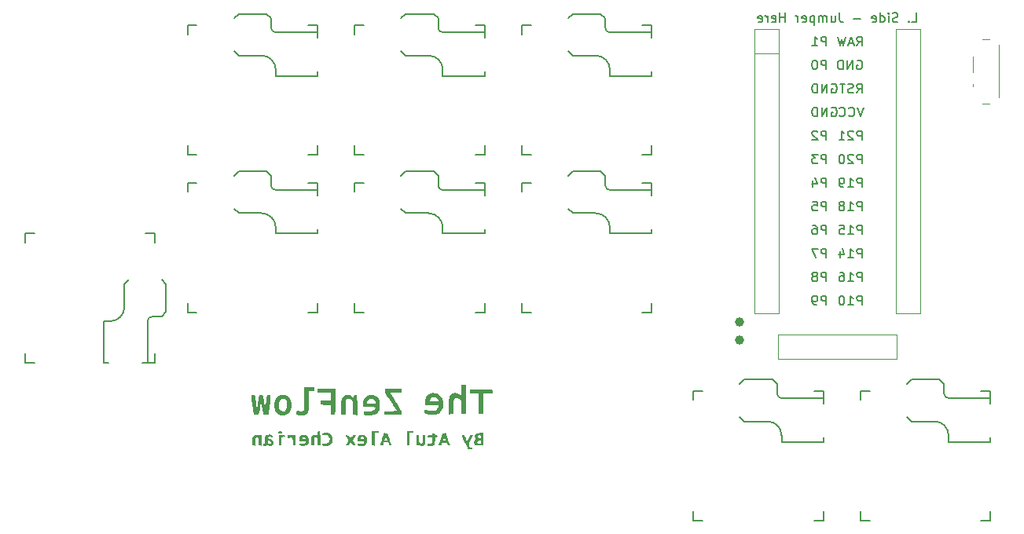
<source format=gbr>
%TF.GenerationSoftware,KiCad,Pcbnew,7.0.9*%
%TF.CreationDate,2024-03-07T17:23:47+01:00*%
%TF.ProjectId,zenFlow,7a656e46-6c6f-4772-9e6b-696361645f70,1*%
%TF.SameCoordinates,Original*%
%TF.FileFunction,Legend,Bot*%
%TF.FilePolarity,Positive*%
%FSLAX46Y46*%
G04 Gerber Fmt 4.6, Leading zero omitted, Abs format (unit mm)*
G04 Created by KiCad (PCBNEW 7.0.9) date 2024-03-07 17:23:47*
%MOMM*%
%LPD*%
G01*
G04 APERTURE LIST*
%ADD10C,0.150000*%
%ADD11C,0.120000*%
%ADD12C,1.000000*%
G04 APERTURE END LIST*
D10*
X234312969Y-125314819D02*
X234312969Y-124314819D01*
X234312969Y-124314819D02*
X233932017Y-124314819D01*
X233932017Y-124314819D02*
X233836779Y-124362438D01*
X233836779Y-124362438D02*
X233789160Y-124410057D01*
X233789160Y-124410057D02*
X233741541Y-124505295D01*
X233741541Y-124505295D02*
X233741541Y-124648152D01*
X233741541Y-124648152D02*
X233789160Y-124743390D01*
X233789160Y-124743390D02*
X233836779Y-124791009D01*
X233836779Y-124791009D02*
X233932017Y-124838628D01*
X233932017Y-124838628D02*
X234312969Y-124838628D01*
X232789160Y-125314819D02*
X233360588Y-125314819D01*
X233074874Y-125314819D02*
X233074874Y-124314819D01*
X233074874Y-124314819D02*
X233170112Y-124457676D01*
X233170112Y-124457676D02*
X233265350Y-124552914D01*
X233265350Y-124552914D02*
X233360588Y-124600533D01*
X237591792Y-125314819D02*
X237925125Y-124838628D01*
X238163220Y-125314819D02*
X238163220Y-124314819D01*
X238163220Y-124314819D02*
X237782268Y-124314819D01*
X237782268Y-124314819D02*
X237687030Y-124362438D01*
X237687030Y-124362438D02*
X237639411Y-124410057D01*
X237639411Y-124410057D02*
X237591792Y-124505295D01*
X237591792Y-124505295D02*
X237591792Y-124648152D01*
X237591792Y-124648152D02*
X237639411Y-124743390D01*
X237639411Y-124743390D02*
X237687030Y-124791009D01*
X237687030Y-124791009D02*
X237782268Y-124838628D01*
X237782268Y-124838628D02*
X238163220Y-124838628D01*
X237210839Y-125029104D02*
X236734649Y-125029104D01*
X237306077Y-125314819D02*
X236972744Y-124314819D01*
X236972744Y-124314819D02*
X236639411Y-125314819D01*
X236401315Y-124314819D02*
X236163220Y-125314819D01*
X236163220Y-125314819D02*
X235972744Y-124600533D01*
X235972744Y-124600533D02*
X235782268Y-125314819D01*
X235782268Y-125314819D02*
X235544173Y-124314819D01*
X234312969Y-127854819D02*
X234312969Y-126854819D01*
X234312969Y-126854819D02*
X233932017Y-126854819D01*
X233932017Y-126854819D02*
X233836779Y-126902438D01*
X233836779Y-126902438D02*
X233789160Y-126950057D01*
X233789160Y-126950057D02*
X233741541Y-127045295D01*
X233741541Y-127045295D02*
X233741541Y-127188152D01*
X233741541Y-127188152D02*
X233789160Y-127283390D01*
X233789160Y-127283390D02*
X233836779Y-127331009D01*
X233836779Y-127331009D02*
X233932017Y-127378628D01*
X233932017Y-127378628D02*
X234312969Y-127378628D01*
X233122493Y-126854819D02*
X233027255Y-126854819D01*
X233027255Y-126854819D02*
X232932017Y-126902438D01*
X232932017Y-126902438D02*
X232884398Y-126950057D01*
X232884398Y-126950057D02*
X232836779Y-127045295D01*
X232836779Y-127045295D02*
X232789160Y-127235771D01*
X232789160Y-127235771D02*
X232789160Y-127473866D01*
X232789160Y-127473866D02*
X232836779Y-127664342D01*
X232836779Y-127664342D02*
X232884398Y-127759580D01*
X232884398Y-127759580D02*
X232932017Y-127807200D01*
X232932017Y-127807200D02*
X233027255Y-127854819D01*
X233027255Y-127854819D02*
X233122493Y-127854819D01*
X233122493Y-127854819D02*
X233217731Y-127807200D01*
X233217731Y-127807200D02*
X233265350Y-127759580D01*
X233265350Y-127759580D02*
X233312969Y-127664342D01*
X233312969Y-127664342D02*
X233360588Y-127473866D01*
X233360588Y-127473866D02*
X233360588Y-127235771D01*
X233360588Y-127235771D02*
X233312969Y-127045295D01*
X233312969Y-127045295D02*
X233265350Y-126950057D01*
X233265350Y-126950057D02*
X233217731Y-126902438D01*
X233217731Y-126902438D02*
X233122493Y-126854819D01*
X237639411Y-126902438D02*
X237734649Y-126854819D01*
X237734649Y-126854819D02*
X237877506Y-126854819D01*
X237877506Y-126854819D02*
X238020363Y-126902438D01*
X238020363Y-126902438D02*
X238115601Y-126997676D01*
X238115601Y-126997676D02*
X238163220Y-127092914D01*
X238163220Y-127092914D02*
X238210839Y-127283390D01*
X238210839Y-127283390D02*
X238210839Y-127426247D01*
X238210839Y-127426247D02*
X238163220Y-127616723D01*
X238163220Y-127616723D02*
X238115601Y-127711961D01*
X238115601Y-127711961D02*
X238020363Y-127807200D01*
X238020363Y-127807200D02*
X237877506Y-127854819D01*
X237877506Y-127854819D02*
X237782268Y-127854819D01*
X237782268Y-127854819D02*
X237639411Y-127807200D01*
X237639411Y-127807200D02*
X237591792Y-127759580D01*
X237591792Y-127759580D02*
X237591792Y-127426247D01*
X237591792Y-127426247D02*
X237782268Y-127426247D01*
X237163220Y-127854819D02*
X237163220Y-126854819D01*
X237163220Y-126854819D02*
X236591792Y-127854819D01*
X236591792Y-127854819D02*
X236591792Y-126854819D01*
X236115601Y-127854819D02*
X236115601Y-126854819D01*
X236115601Y-126854819D02*
X235877506Y-126854819D01*
X235877506Y-126854819D02*
X235734649Y-126902438D01*
X235734649Y-126902438D02*
X235639411Y-126997676D01*
X235639411Y-126997676D02*
X235591792Y-127092914D01*
X235591792Y-127092914D02*
X235544173Y-127283390D01*
X235544173Y-127283390D02*
X235544173Y-127426247D01*
X235544173Y-127426247D02*
X235591792Y-127616723D01*
X235591792Y-127616723D02*
X235639411Y-127711961D01*
X235639411Y-127711961D02*
X235734649Y-127807200D01*
X235734649Y-127807200D02*
X235877506Y-127854819D01*
X235877506Y-127854819D02*
X236115601Y-127854819D01*
X234884398Y-129442438D02*
X234979636Y-129394819D01*
X234979636Y-129394819D02*
X235122493Y-129394819D01*
X235122493Y-129394819D02*
X235265350Y-129442438D01*
X235265350Y-129442438D02*
X235360588Y-129537676D01*
X235360588Y-129537676D02*
X235408207Y-129632914D01*
X235408207Y-129632914D02*
X235455826Y-129823390D01*
X235455826Y-129823390D02*
X235455826Y-129966247D01*
X235455826Y-129966247D02*
X235408207Y-130156723D01*
X235408207Y-130156723D02*
X235360588Y-130251961D01*
X235360588Y-130251961D02*
X235265350Y-130347200D01*
X235265350Y-130347200D02*
X235122493Y-130394819D01*
X235122493Y-130394819D02*
X235027255Y-130394819D01*
X235027255Y-130394819D02*
X234884398Y-130347200D01*
X234884398Y-130347200D02*
X234836779Y-130299580D01*
X234836779Y-130299580D02*
X234836779Y-129966247D01*
X234836779Y-129966247D02*
X235027255Y-129966247D01*
X234408207Y-130394819D02*
X234408207Y-129394819D01*
X234408207Y-129394819D02*
X233836779Y-130394819D01*
X233836779Y-130394819D02*
X233836779Y-129394819D01*
X233360588Y-130394819D02*
X233360588Y-129394819D01*
X233360588Y-129394819D02*
X233122493Y-129394819D01*
X233122493Y-129394819D02*
X232979636Y-129442438D01*
X232979636Y-129442438D02*
X232884398Y-129537676D01*
X232884398Y-129537676D02*
X232836779Y-129632914D01*
X232836779Y-129632914D02*
X232789160Y-129823390D01*
X232789160Y-129823390D02*
X232789160Y-129966247D01*
X232789160Y-129966247D02*
X232836779Y-130156723D01*
X232836779Y-130156723D02*
X232884398Y-130251961D01*
X232884398Y-130251961D02*
X232979636Y-130347200D01*
X232979636Y-130347200D02*
X233122493Y-130394819D01*
X233122493Y-130394819D02*
X233360588Y-130394819D01*
X237591792Y-130394819D02*
X237925125Y-129918628D01*
X238163220Y-130394819D02*
X238163220Y-129394819D01*
X238163220Y-129394819D02*
X237782268Y-129394819D01*
X237782268Y-129394819D02*
X237687030Y-129442438D01*
X237687030Y-129442438D02*
X237639411Y-129490057D01*
X237639411Y-129490057D02*
X237591792Y-129585295D01*
X237591792Y-129585295D02*
X237591792Y-129728152D01*
X237591792Y-129728152D02*
X237639411Y-129823390D01*
X237639411Y-129823390D02*
X237687030Y-129871009D01*
X237687030Y-129871009D02*
X237782268Y-129918628D01*
X237782268Y-129918628D02*
X238163220Y-129918628D01*
X237210839Y-130347200D02*
X237067982Y-130394819D01*
X237067982Y-130394819D02*
X236829887Y-130394819D01*
X236829887Y-130394819D02*
X236734649Y-130347200D01*
X236734649Y-130347200D02*
X236687030Y-130299580D01*
X236687030Y-130299580D02*
X236639411Y-130204342D01*
X236639411Y-130204342D02*
X236639411Y-130109104D01*
X236639411Y-130109104D02*
X236687030Y-130013866D01*
X236687030Y-130013866D02*
X236734649Y-129966247D01*
X236734649Y-129966247D02*
X236829887Y-129918628D01*
X236829887Y-129918628D02*
X237020363Y-129871009D01*
X237020363Y-129871009D02*
X237115601Y-129823390D01*
X237115601Y-129823390D02*
X237163220Y-129775771D01*
X237163220Y-129775771D02*
X237210839Y-129680533D01*
X237210839Y-129680533D02*
X237210839Y-129585295D01*
X237210839Y-129585295D02*
X237163220Y-129490057D01*
X237163220Y-129490057D02*
X237115601Y-129442438D01*
X237115601Y-129442438D02*
X237020363Y-129394819D01*
X237020363Y-129394819D02*
X236782268Y-129394819D01*
X236782268Y-129394819D02*
X236639411Y-129442438D01*
X236353696Y-129394819D02*
X235782268Y-129394819D01*
X236067982Y-130394819D02*
X236067982Y-129394819D01*
X234884398Y-131982438D02*
X234979636Y-131934819D01*
X234979636Y-131934819D02*
X235122493Y-131934819D01*
X235122493Y-131934819D02*
X235265350Y-131982438D01*
X235265350Y-131982438D02*
X235360588Y-132077676D01*
X235360588Y-132077676D02*
X235408207Y-132172914D01*
X235408207Y-132172914D02*
X235455826Y-132363390D01*
X235455826Y-132363390D02*
X235455826Y-132506247D01*
X235455826Y-132506247D02*
X235408207Y-132696723D01*
X235408207Y-132696723D02*
X235360588Y-132791961D01*
X235360588Y-132791961D02*
X235265350Y-132887200D01*
X235265350Y-132887200D02*
X235122493Y-132934819D01*
X235122493Y-132934819D02*
X235027255Y-132934819D01*
X235027255Y-132934819D02*
X234884398Y-132887200D01*
X234884398Y-132887200D02*
X234836779Y-132839580D01*
X234836779Y-132839580D02*
X234836779Y-132506247D01*
X234836779Y-132506247D02*
X235027255Y-132506247D01*
X234408207Y-132934819D02*
X234408207Y-131934819D01*
X234408207Y-131934819D02*
X233836779Y-132934819D01*
X233836779Y-132934819D02*
X233836779Y-131934819D01*
X233360588Y-132934819D02*
X233360588Y-131934819D01*
X233360588Y-131934819D02*
X233122493Y-131934819D01*
X233122493Y-131934819D02*
X232979636Y-131982438D01*
X232979636Y-131982438D02*
X232884398Y-132077676D01*
X232884398Y-132077676D02*
X232836779Y-132172914D01*
X232836779Y-132172914D02*
X232789160Y-132363390D01*
X232789160Y-132363390D02*
X232789160Y-132506247D01*
X232789160Y-132506247D02*
X232836779Y-132696723D01*
X232836779Y-132696723D02*
X232884398Y-132791961D01*
X232884398Y-132791961D02*
X232979636Y-132887200D01*
X232979636Y-132887200D02*
X233122493Y-132934819D01*
X233122493Y-132934819D02*
X233360588Y-132934819D01*
X238306077Y-131934819D02*
X237972744Y-132934819D01*
X237972744Y-132934819D02*
X237639411Y-131934819D01*
X236734649Y-132839580D02*
X236782268Y-132887200D01*
X236782268Y-132887200D02*
X236925125Y-132934819D01*
X236925125Y-132934819D02*
X237020363Y-132934819D01*
X237020363Y-132934819D02*
X237163220Y-132887200D01*
X237163220Y-132887200D02*
X237258458Y-132791961D01*
X237258458Y-132791961D02*
X237306077Y-132696723D01*
X237306077Y-132696723D02*
X237353696Y-132506247D01*
X237353696Y-132506247D02*
X237353696Y-132363390D01*
X237353696Y-132363390D02*
X237306077Y-132172914D01*
X237306077Y-132172914D02*
X237258458Y-132077676D01*
X237258458Y-132077676D02*
X237163220Y-131982438D01*
X237163220Y-131982438D02*
X237020363Y-131934819D01*
X237020363Y-131934819D02*
X236925125Y-131934819D01*
X236925125Y-131934819D02*
X236782268Y-131982438D01*
X236782268Y-131982438D02*
X236734649Y-132030057D01*
X235734649Y-132839580D02*
X235782268Y-132887200D01*
X235782268Y-132887200D02*
X235925125Y-132934819D01*
X235925125Y-132934819D02*
X236020363Y-132934819D01*
X236020363Y-132934819D02*
X236163220Y-132887200D01*
X236163220Y-132887200D02*
X236258458Y-132791961D01*
X236258458Y-132791961D02*
X236306077Y-132696723D01*
X236306077Y-132696723D02*
X236353696Y-132506247D01*
X236353696Y-132506247D02*
X236353696Y-132363390D01*
X236353696Y-132363390D02*
X236306077Y-132172914D01*
X236306077Y-132172914D02*
X236258458Y-132077676D01*
X236258458Y-132077676D02*
X236163220Y-131982438D01*
X236163220Y-131982438D02*
X236020363Y-131934819D01*
X236020363Y-131934819D02*
X235925125Y-131934819D01*
X235925125Y-131934819D02*
X235782268Y-131982438D01*
X235782268Y-131982438D02*
X235734649Y-132030057D01*
X234312969Y-135474819D02*
X234312969Y-134474819D01*
X234312969Y-134474819D02*
X233932017Y-134474819D01*
X233932017Y-134474819D02*
X233836779Y-134522438D01*
X233836779Y-134522438D02*
X233789160Y-134570057D01*
X233789160Y-134570057D02*
X233741541Y-134665295D01*
X233741541Y-134665295D02*
X233741541Y-134808152D01*
X233741541Y-134808152D02*
X233789160Y-134903390D01*
X233789160Y-134903390D02*
X233836779Y-134951009D01*
X233836779Y-134951009D02*
X233932017Y-134998628D01*
X233932017Y-134998628D02*
X234312969Y-134998628D01*
X233360588Y-134570057D02*
X233312969Y-134522438D01*
X233312969Y-134522438D02*
X233217731Y-134474819D01*
X233217731Y-134474819D02*
X232979636Y-134474819D01*
X232979636Y-134474819D02*
X232884398Y-134522438D01*
X232884398Y-134522438D02*
X232836779Y-134570057D01*
X232836779Y-134570057D02*
X232789160Y-134665295D01*
X232789160Y-134665295D02*
X232789160Y-134760533D01*
X232789160Y-134760533D02*
X232836779Y-134903390D01*
X232836779Y-134903390D02*
X233408207Y-135474819D01*
X233408207Y-135474819D02*
X232789160Y-135474819D01*
X238163220Y-135474819D02*
X238163220Y-134474819D01*
X238163220Y-134474819D02*
X237782268Y-134474819D01*
X237782268Y-134474819D02*
X237687030Y-134522438D01*
X237687030Y-134522438D02*
X237639411Y-134570057D01*
X237639411Y-134570057D02*
X237591792Y-134665295D01*
X237591792Y-134665295D02*
X237591792Y-134808152D01*
X237591792Y-134808152D02*
X237639411Y-134903390D01*
X237639411Y-134903390D02*
X237687030Y-134951009D01*
X237687030Y-134951009D02*
X237782268Y-134998628D01*
X237782268Y-134998628D02*
X238163220Y-134998628D01*
X237210839Y-134570057D02*
X237163220Y-134522438D01*
X237163220Y-134522438D02*
X237067982Y-134474819D01*
X237067982Y-134474819D02*
X236829887Y-134474819D01*
X236829887Y-134474819D02*
X236734649Y-134522438D01*
X236734649Y-134522438D02*
X236687030Y-134570057D01*
X236687030Y-134570057D02*
X236639411Y-134665295D01*
X236639411Y-134665295D02*
X236639411Y-134760533D01*
X236639411Y-134760533D02*
X236687030Y-134903390D01*
X236687030Y-134903390D02*
X237258458Y-135474819D01*
X237258458Y-135474819D02*
X236639411Y-135474819D01*
X235687030Y-135474819D02*
X236258458Y-135474819D01*
X235972744Y-135474819D02*
X235972744Y-134474819D01*
X235972744Y-134474819D02*
X236067982Y-134617676D01*
X236067982Y-134617676D02*
X236163220Y-134712914D01*
X236163220Y-134712914D02*
X236258458Y-134760533D01*
X234312969Y-138014819D02*
X234312969Y-137014819D01*
X234312969Y-137014819D02*
X233932017Y-137014819D01*
X233932017Y-137014819D02*
X233836779Y-137062438D01*
X233836779Y-137062438D02*
X233789160Y-137110057D01*
X233789160Y-137110057D02*
X233741541Y-137205295D01*
X233741541Y-137205295D02*
X233741541Y-137348152D01*
X233741541Y-137348152D02*
X233789160Y-137443390D01*
X233789160Y-137443390D02*
X233836779Y-137491009D01*
X233836779Y-137491009D02*
X233932017Y-137538628D01*
X233932017Y-137538628D02*
X234312969Y-137538628D01*
X233408207Y-137014819D02*
X232789160Y-137014819D01*
X232789160Y-137014819D02*
X233122493Y-137395771D01*
X233122493Y-137395771D02*
X232979636Y-137395771D01*
X232979636Y-137395771D02*
X232884398Y-137443390D01*
X232884398Y-137443390D02*
X232836779Y-137491009D01*
X232836779Y-137491009D02*
X232789160Y-137586247D01*
X232789160Y-137586247D02*
X232789160Y-137824342D01*
X232789160Y-137824342D02*
X232836779Y-137919580D01*
X232836779Y-137919580D02*
X232884398Y-137967200D01*
X232884398Y-137967200D02*
X232979636Y-138014819D01*
X232979636Y-138014819D02*
X233265350Y-138014819D01*
X233265350Y-138014819D02*
X233360588Y-137967200D01*
X233360588Y-137967200D02*
X233408207Y-137919580D01*
X238163220Y-138014819D02*
X238163220Y-137014819D01*
X238163220Y-137014819D02*
X237782268Y-137014819D01*
X237782268Y-137014819D02*
X237687030Y-137062438D01*
X237687030Y-137062438D02*
X237639411Y-137110057D01*
X237639411Y-137110057D02*
X237591792Y-137205295D01*
X237591792Y-137205295D02*
X237591792Y-137348152D01*
X237591792Y-137348152D02*
X237639411Y-137443390D01*
X237639411Y-137443390D02*
X237687030Y-137491009D01*
X237687030Y-137491009D02*
X237782268Y-137538628D01*
X237782268Y-137538628D02*
X238163220Y-137538628D01*
X237210839Y-137110057D02*
X237163220Y-137062438D01*
X237163220Y-137062438D02*
X237067982Y-137014819D01*
X237067982Y-137014819D02*
X236829887Y-137014819D01*
X236829887Y-137014819D02*
X236734649Y-137062438D01*
X236734649Y-137062438D02*
X236687030Y-137110057D01*
X236687030Y-137110057D02*
X236639411Y-137205295D01*
X236639411Y-137205295D02*
X236639411Y-137300533D01*
X236639411Y-137300533D02*
X236687030Y-137443390D01*
X236687030Y-137443390D02*
X237258458Y-138014819D01*
X237258458Y-138014819D02*
X236639411Y-138014819D01*
X236020363Y-137014819D02*
X235925125Y-137014819D01*
X235925125Y-137014819D02*
X235829887Y-137062438D01*
X235829887Y-137062438D02*
X235782268Y-137110057D01*
X235782268Y-137110057D02*
X235734649Y-137205295D01*
X235734649Y-137205295D02*
X235687030Y-137395771D01*
X235687030Y-137395771D02*
X235687030Y-137633866D01*
X235687030Y-137633866D02*
X235734649Y-137824342D01*
X235734649Y-137824342D02*
X235782268Y-137919580D01*
X235782268Y-137919580D02*
X235829887Y-137967200D01*
X235829887Y-137967200D02*
X235925125Y-138014819D01*
X235925125Y-138014819D02*
X236020363Y-138014819D01*
X236020363Y-138014819D02*
X236115601Y-137967200D01*
X236115601Y-137967200D02*
X236163220Y-137919580D01*
X236163220Y-137919580D02*
X236210839Y-137824342D01*
X236210839Y-137824342D02*
X236258458Y-137633866D01*
X236258458Y-137633866D02*
X236258458Y-137395771D01*
X236258458Y-137395771D02*
X236210839Y-137205295D01*
X236210839Y-137205295D02*
X236163220Y-137110057D01*
X236163220Y-137110057D02*
X236115601Y-137062438D01*
X236115601Y-137062438D02*
X236020363Y-137014819D01*
X234312969Y-140554819D02*
X234312969Y-139554819D01*
X234312969Y-139554819D02*
X233932017Y-139554819D01*
X233932017Y-139554819D02*
X233836779Y-139602438D01*
X233836779Y-139602438D02*
X233789160Y-139650057D01*
X233789160Y-139650057D02*
X233741541Y-139745295D01*
X233741541Y-139745295D02*
X233741541Y-139888152D01*
X233741541Y-139888152D02*
X233789160Y-139983390D01*
X233789160Y-139983390D02*
X233836779Y-140031009D01*
X233836779Y-140031009D02*
X233932017Y-140078628D01*
X233932017Y-140078628D02*
X234312969Y-140078628D01*
X232884398Y-139888152D02*
X232884398Y-140554819D01*
X233122493Y-139507200D02*
X233360588Y-140221485D01*
X233360588Y-140221485D02*
X232741541Y-140221485D01*
X238163220Y-140554819D02*
X238163220Y-139554819D01*
X238163220Y-139554819D02*
X237782268Y-139554819D01*
X237782268Y-139554819D02*
X237687030Y-139602438D01*
X237687030Y-139602438D02*
X237639411Y-139650057D01*
X237639411Y-139650057D02*
X237591792Y-139745295D01*
X237591792Y-139745295D02*
X237591792Y-139888152D01*
X237591792Y-139888152D02*
X237639411Y-139983390D01*
X237639411Y-139983390D02*
X237687030Y-140031009D01*
X237687030Y-140031009D02*
X237782268Y-140078628D01*
X237782268Y-140078628D02*
X238163220Y-140078628D01*
X236639411Y-140554819D02*
X237210839Y-140554819D01*
X236925125Y-140554819D02*
X236925125Y-139554819D01*
X236925125Y-139554819D02*
X237020363Y-139697676D01*
X237020363Y-139697676D02*
X237115601Y-139792914D01*
X237115601Y-139792914D02*
X237210839Y-139840533D01*
X236163220Y-140554819D02*
X235972744Y-140554819D01*
X235972744Y-140554819D02*
X235877506Y-140507200D01*
X235877506Y-140507200D02*
X235829887Y-140459580D01*
X235829887Y-140459580D02*
X235734649Y-140316723D01*
X235734649Y-140316723D02*
X235687030Y-140126247D01*
X235687030Y-140126247D02*
X235687030Y-139745295D01*
X235687030Y-139745295D02*
X235734649Y-139650057D01*
X235734649Y-139650057D02*
X235782268Y-139602438D01*
X235782268Y-139602438D02*
X235877506Y-139554819D01*
X235877506Y-139554819D02*
X236067982Y-139554819D01*
X236067982Y-139554819D02*
X236163220Y-139602438D01*
X236163220Y-139602438D02*
X236210839Y-139650057D01*
X236210839Y-139650057D02*
X236258458Y-139745295D01*
X236258458Y-139745295D02*
X236258458Y-139983390D01*
X236258458Y-139983390D02*
X236210839Y-140078628D01*
X236210839Y-140078628D02*
X236163220Y-140126247D01*
X236163220Y-140126247D02*
X236067982Y-140173866D01*
X236067982Y-140173866D02*
X235877506Y-140173866D01*
X235877506Y-140173866D02*
X235782268Y-140126247D01*
X235782268Y-140126247D02*
X235734649Y-140078628D01*
X235734649Y-140078628D02*
X235687030Y-139983390D01*
X234312969Y-143094819D02*
X234312969Y-142094819D01*
X234312969Y-142094819D02*
X233932017Y-142094819D01*
X233932017Y-142094819D02*
X233836779Y-142142438D01*
X233836779Y-142142438D02*
X233789160Y-142190057D01*
X233789160Y-142190057D02*
X233741541Y-142285295D01*
X233741541Y-142285295D02*
X233741541Y-142428152D01*
X233741541Y-142428152D02*
X233789160Y-142523390D01*
X233789160Y-142523390D02*
X233836779Y-142571009D01*
X233836779Y-142571009D02*
X233932017Y-142618628D01*
X233932017Y-142618628D02*
X234312969Y-142618628D01*
X232836779Y-142094819D02*
X233312969Y-142094819D01*
X233312969Y-142094819D02*
X233360588Y-142571009D01*
X233360588Y-142571009D02*
X233312969Y-142523390D01*
X233312969Y-142523390D02*
X233217731Y-142475771D01*
X233217731Y-142475771D02*
X232979636Y-142475771D01*
X232979636Y-142475771D02*
X232884398Y-142523390D01*
X232884398Y-142523390D02*
X232836779Y-142571009D01*
X232836779Y-142571009D02*
X232789160Y-142666247D01*
X232789160Y-142666247D02*
X232789160Y-142904342D01*
X232789160Y-142904342D02*
X232836779Y-142999580D01*
X232836779Y-142999580D02*
X232884398Y-143047200D01*
X232884398Y-143047200D02*
X232979636Y-143094819D01*
X232979636Y-143094819D02*
X233217731Y-143094819D01*
X233217731Y-143094819D02*
X233312969Y-143047200D01*
X233312969Y-143047200D02*
X233360588Y-142999580D01*
X238163220Y-143094819D02*
X238163220Y-142094819D01*
X238163220Y-142094819D02*
X237782268Y-142094819D01*
X237782268Y-142094819D02*
X237687030Y-142142438D01*
X237687030Y-142142438D02*
X237639411Y-142190057D01*
X237639411Y-142190057D02*
X237591792Y-142285295D01*
X237591792Y-142285295D02*
X237591792Y-142428152D01*
X237591792Y-142428152D02*
X237639411Y-142523390D01*
X237639411Y-142523390D02*
X237687030Y-142571009D01*
X237687030Y-142571009D02*
X237782268Y-142618628D01*
X237782268Y-142618628D02*
X238163220Y-142618628D01*
X236639411Y-143094819D02*
X237210839Y-143094819D01*
X236925125Y-143094819D02*
X236925125Y-142094819D01*
X236925125Y-142094819D02*
X237020363Y-142237676D01*
X237020363Y-142237676D02*
X237115601Y-142332914D01*
X237115601Y-142332914D02*
X237210839Y-142380533D01*
X236067982Y-142523390D02*
X236163220Y-142475771D01*
X236163220Y-142475771D02*
X236210839Y-142428152D01*
X236210839Y-142428152D02*
X236258458Y-142332914D01*
X236258458Y-142332914D02*
X236258458Y-142285295D01*
X236258458Y-142285295D02*
X236210839Y-142190057D01*
X236210839Y-142190057D02*
X236163220Y-142142438D01*
X236163220Y-142142438D02*
X236067982Y-142094819D01*
X236067982Y-142094819D02*
X235877506Y-142094819D01*
X235877506Y-142094819D02*
X235782268Y-142142438D01*
X235782268Y-142142438D02*
X235734649Y-142190057D01*
X235734649Y-142190057D02*
X235687030Y-142285295D01*
X235687030Y-142285295D02*
X235687030Y-142332914D01*
X235687030Y-142332914D02*
X235734649Y-142428152D01*
X235734649Y-142428152D02*
X235782268Y-142475771D01*
X235782268Y-142475771D02*
X235877506Y-142523390D01*
X235877506Y-142523390D02*
X236067982Y-142523390D01*
X236067982Y-142523390D02*
X236163220Y-142571009D01*
X236163220Y-142571009D02*
X236210839Y-142618628D01*
X236210839Y-142618628D02*
X236258458Y-142713866D01*
X236258458Y-142713866D02*
X236258458Y-142904342D01*
X236258458Y-142904342D02*
X236210839Y-142999580D01*
X236210839Y-142999580D02*
X236163220Y-143047200D01*
X236163220Y-143047200D02*
X236067982Y-143094819D01*
X236067982Y-143094819D02*
X235877506Y-143094819D01*
X235877506Y-143094819D02*
X235782268Y-143047200D01*
X235782268Y-143047200D02*
X235734649Y-142999580D01*
X235734649Y-142999580D02*
X235687030Y-142904342D01*
X235687030Y-142904342D02*
X235687030Y-142713866D01*
X235687030Y-142713866D02*
X235734649Y-142618628D01*
X235734649Y-142618628D02*
X235782268Y-142571009D01*
X235782268Y-142571009D02*
X235877506Y-142523390D01*
X234312969Y-145634819D02*
X234312969Y-144634819D01*
X234312969Y-144634819D02*
X233932017Y-144634819D01*
X233932017Y-144634819D02*
X233836779Y-144682438D01*
X233836779Y-144682438D02*
X233789160Y-144730057D01*
X233789160Y-144730057D02*
X233741541Y-144825295D01*
X233741541Y-144825295D02*
X233741541Y-144968152D01*
X233741541Y-144968152D02*
X233789160Y-145063390D01*
X233789160Y-145063390D02*
X233836779Y-145111009D01*
X233836779Y-145111009D02*
X233932017Y-145158628D01*
X233932017Y-145158628D02*
X234312969Y-145158628D01*
X232884398Y-144634819D02*
X233074874Y-144634819D01*
X233074874Y-144634819D02*
X233170112Y-144682438D01*
X233170112Y-144682438D02*
X233217731Y-144730057D01*
X233217731Y-144730057D02*
X233312969Y-144872914D01*
X233312969Y-144872914D02*
X233360588Y-145063390D01*
X233360588Y-145063390D02*
X233360588Y-145444342D01*
X233360588Y-145444342D02*
X233312969Y-145539580D01*
X233312969Y-145539580D02*
X233265350Y-145587200D01*
X233265350Y-145587200D02*
X233170112Y-145634819D01*
X233170112Y-145634819D02*
X232979636Y-145634819D01*
X232979636Y-145634819D02*
X232884398Y-145587200D01*
X232884398Y-145587200D02*
X232836779Y-145539580D01*
X232836779Y-145539580D02*
X232789160Y-145444342D01*
X232789160Y-145444342D02*
X232789160Y-145206247D01*
X232789160Y-145206247D02*
X232836779Y-145111009D01*
X232836779Y-145111009D02*
X232884398Y-145063390D01*
X232884398Y-145063390D02*
X232979636Y-145015771D01*
X232979636Y-145015771D02*
X233170112Y-145015771D01*
X233170112Y-145015771D02*
X233265350Y-145063390D01*
X233265350Y-145063390D02*
X233312969Y-145111009D01*
X233312969Y-145111009D02*
X233360588Y-145206247D01*
X238163220Y-145634819D02*
X238163220Y-144634819D01*
X238163220Y-144634819D02*
X237782268Y-144634819D01*
X237782268Y-144634819D02*
X237687030Y-144682438D01*
X237687030Y-144682438D02*
X237639411Y-144730057D01*
X237639411Y-144730057D02*
X237591792Y-144825295D01*
X237591792Y-144825295D02*
X237591792Y-144968152D01*
X237591792Y-144968152D02*
X237639411Y-145063390D01*
X237639411Y-145063390D02*
X237687030Y-145111009D01*
X237687030Y-145111009D02*
X237782268Y-145158628D01*
X237782268Y-145158628D02*
X238163220Y-145158628D01*
X236639411Y-145634819D02*
X237210839Y-145634819D01*
X236925125Y-145634819D02*
X236925125Y-144634819D01*
X236925125Y-144634819D02*
X237020363Y-144777676D01*
X237020363Y-144777676D02*
X237115601Y-144872914D01*
X237115601Y-144872914D02*
X237210839Y-144920533D01*
X235734649Y-144634819D02*
X236210839Y-144634819D01*
X236210839Y-144634819D02*
X236258458Y-145111009D01*
X236258458Y-145111009D02*
X236210839Y-145063390D01*
X236210839Y-145063390D02*
X236115601Y-145015771D01*
X236115601Y-145015771D02*
X235877506Y-145015771D01*
X235877506Y-145015771D02*
X235782268Y-145063390D01*
X235782268Y-145063390D02*
X235734649Y-145111009D01*
X235734649Y-145111009D02*
X235687030Y-145206247D01*
X235687030Y-145206247D02*
X235687030Y-145444342D01*
X235687030Y-145444342D02*
X235734649Y-145539580D01*
X235734649Y-145539580D02*
X235782268Y-145587200D01*
X235782268Y-145587200D02*
X235877506Y-145634819D01*
X235877506Y-145634819D02*
X236115601Y-145634819D01*
X236115601Y-145634819D02*
X236210839Y-145587200D01*
X236210839Y-145587200D02*
X236258458Y-145539580D01*
X234312969Y-148174819D02*
X234312969Y-147174819D01*
X234312969Y-147174819D02*
X233932017Y-147174819D01*
X233932017Y-147174819D02*
X233836779Y-147222438D01*
X233836779Y-147222438D02*
X233789160Y-147270057D01*
X233789160Y-147270057D02*
X233741541Y-147365295D01*
X233741541Y-147365295D02*
X233741541Y-147508152D01*
X233741541Y-147508152D02*
X233789160Y-147603390D01*
X233789160Y-147603390D02*
X233836779Y-147651009D01*
X233836779Y-147651009D02*
X233932017Y-147698628D01*
X233932017Y-147698628D02*
X234312969Y-147698628D01*
X233408207Y-147174819D02*
X232741541Y-147174819D01*
X232741541Y-147174819D02*
X233170112Y-148174819D01*
X238163220Y-148174819D02*
X238163220Y-147174819D01*
X238163220Y-147174819D02*
X237782268Y-147174819D01*
X237782268Y-147174819D02*
X237687030Y-147222438D01*
X237687030Y-147222438D02*
X237639411Y-147270057D01*
X237639411Y-147270057D02*
X237591792Y-147365295D01*
X237591792Y-147365295D02*
X237591792Y-147508152D01*
X237591792Y-147508152D02*
X237639411Y-147603390D01*
X237639411Y-147603390D02*
X237687030Y-147651009D01*
X237687030Y-147651009D02*
X237782268Y-147698628D01*
X237782268Y-147698628D02*
X238163220Y-147698628D01*
X236639411Y-148174819D02*
X237210839Y-148174819D01*
X236925125Y-148174819D02*
X236925125Y-147174819D01*
X236925125Y-147174819D02*
X237020363Y-147317676D01*
X237020363Y-147317676D02*
X237115601Y-147412914D01*
X237115601Y-147412914D02*
X237210839Y-147460533D01*
X235782268Y-147508152D02*
X235782268Y-148174819D01*
X236020363Y-147127200D02*
X236258458Y-147841485D01*
X236258458Y-147841485D02*
X235639411Y-147841485D01*
X234312969Y-150714819D02*
X234312969Y-149714819D01*
X234312969Y-149714819D02*
X233932017Y-149714819D01*
X233932017Y-149714819D02*
X233836779Y-149762438D01*
X233836779Y-149762438D02*
X233789160Y-149810057D01*
X233789160Y-149810057D02*
X233741541Y-149905295D01*
X233741541Y-149905295D02*
X233741541Y-150048152D01*
X233741541Y-150048152D02*
X233789160Y-150143390D01*
X233789160Y-150143390D02*
X233836779Y-150191009D01*
X233836779Y-150191009D02*
X233932017Y-150238628D01*
X233932017Y-150238628D02*
X234312969Y-150238628D01*
X233170112Y-150143390D02*
X233265350Y-150095771D01*
X233265350Y-150095771D02*
X233312969Y-150048152D01*
X233312969Y-150048152D02*
X233360588Y-149952914D01*
X233360588Y-149952914D02*
X233360588Y-149905295D01*
X233360588Y-149905295D02*
X233312969Y-149810057D01*
X233312969Y-149810057D02*
X233265350Y-149762438D01*
X233265350Y-149762438D02*
X233170112Y-149714819D01*
X233170112Y-149714819D02*
X232979636Y-149714819D01*
X232979636Y-149714819D02*
X232884398Y-149762438D01*
X232884398Y-149762438D02*
X232836779Y-149810057D01*
X232836779Y-149810057D02*
X232789160Y-149905295D01*
X232789160Y-149905295D02*
X232789160Y-149952914D01*
X232789160Y-149952914D02*
X232836779Y-150048152D01*
X232836779Y-150048152D02*
X232884398Y-150095771D01*
X232884398Y-150095771D02*
X232979636Y-150143390D01*
X232979636Y-150143390D02*
X233170112Y-150143390D01*
X233170112Y-150143390D02*
X233265350Y-150191009D01*
X233265350Y-150191009D02*
X233312969Y-150238628D01*
X233312969Y-150238628D02*
X233360588Y-150333866D01*
X233360588Y-150333866D02*
X233360588Y-150524342D01*
X233360588Y-150524342D02*
X233312969Y-150619580D01*
X233312969Y-150619580D02*
X233265350Y-150667200D01*
X233265350Y-150667200D02*
X233170112Y-150714819D01*
X233170112Y-150714819D02*
X232979636Y-150714819D01*
X232979636Y-150714819D02*
X232884398Y-150667200D01*
X232884398Y-150667200D02*
X232836779Y-150619580D01*
X232836779Y-150619580D02*
X232789160Y-150524342D01*
X232789160Y-150524342D02*
X232789160Y-150333866D01*
X232789160Y-150333866D02*
X232836779Y-150238628D01*
X232836779Y-150238628D02*
X232884398Y-150191009D01*
X232884398Y-150191009D02*
X232979636Y-150143390D01*
X238163220Y-150714819D02*
X238163220Y-149714819D01*
X238163220Y-149714819D02*
X237782268Y-149714819D01*
X237782268Y-149714819D02*
X237687030Y-149762438D01*
X237687030Y-149762438D02*
X237639411Y-149810057D01*
X237639411Y-149810057D02*
X237591792Y-149905295D01*
X237591792Y-149905295D02*
X237591792Y-150048152D01*
X237591792Y-150048152D02*
X237639411Y-150143390D01*
X237639411Y-150143390D02*
X237687030Y-150191009D01*
X237687030Y-150191009D02*
X237782268Y-150238628D01*
X237782268Y-150238628D02*
X238163220Y-150238628D01*
X236639411Y-150714819D02*
X237210839Y-150714819D01*
X236925125Y-150714819D02*
X236925125Y-149714819D01*
X236925125Y-149714819D02*
X237020363Y-149857676D01*
X237020363Y-149857676D02*
X237115601Y-149952914D01*
X237115601Y-149952914D02*
X237210839Y-150000533D01*
X235782268Y-149714819D02*
X235972744Y-149714819D01*
X235972744Y-149714819D02*
X236067982Y-149762438D01*
X236067982Y-149762438D02*
X236115601Y-149810057D01*
X236115601Y-149810057D02*
X236210839Y-149952914D01*
X236210839Y-149952914D02*
X236258458Y-150143390D01*
X236258458Y-150143390D02*
X236258458Y-150524342D01*
X236258458Y-150524342D02*
X236210839Y-150619580D01*
X236210839Y-150619580D02*
X236163220Y-150667200D01*
X236163220Y-150667200D02*
X236067982Y-150714819D01*
X236067982Y-150714819D02*
X235877506Y-150714819D01*
X235877506Y-150714819D02*
X235782268Y-150667200D01*
X235782268Y-150667200D02*
X235734649Y-150619580D01*
X235734649Y-150619580D02*
X235687030Y-150524342D01*
X235687030Y-150524342D02*
X235687030Y-150286247D01*
X235687030Y-150286247D02*
X235734649Y-150191009D01*
X235734649Y-150191009D02*
X235782268Y-150143390D01*
X235782268Y-150143390D02*
X235877506Y-150095771D01*
X235877506Y-150095771D02*
X236067982Y-150095771D01*
X236067982Y-150095771D02*
X236163220Y-150143390D01*
X236163220Y-150143390D02*
X236210839Y-150191009D01*
X236210839Y-150191009D02*
X236258458Y-150286247D01*
X234312969Y-153254819D02*
X234312969Y-152254819D01*
X234312969Y-152254819D02*
X233932017Y-152254819D01*
X233932017Y-152254819D02*
X233836779Y-152302438D01*
X233836779Y-152302438D02*
X233789160Y-152350057D01*
X233789160Y-152350057D02*
X233741541Y-152445295D01*
X233741541Y-152445295D02*
X233741541Y-152588152D01*
X233741541Y-152588152D02*
X233789160Y-152683390D01*
X233789160Y-152683390D02*
X233836779Y-152731009D01*
X233836779Y-152731009D02*
X233932017Y-152778628D01*
X233932017Y-152778628D02*
X234312969Y-152778628D01*
X233265350Y-153254819D02*
X233074874Y-153254819D01*
X233074874Y-153254819D02*
X232979636Y-153207200D01*
X232979636Y-153207200D02*
X232932017Y-153159580D01*
X232932017Y-153159580D02*
X232836779Y-153016723D01*
X232836779Y-153016723D02*
X232789160Y-152826247D01*
X232789160Y-152826247D02*
X232789160Y-152445295D01*
X232789160Y-152445295D02*
X232836779Y-152350057D01*
X232836779Y-152350057D02*
X232884398Y-152302438D01*
X232884398Y-152302438D02*
X232979636Y-152254819D01*
X232979636Y-152254819D02*
X233170112Y-152254819D01*
X233170112Y-152254819D02*
X233265350Y-152302438D01*
X233265350Y-152302438D02*
X233312969Y-152350057D01*
X233312969Y-152350057D02*
X233360588Y-152445295D01*
X233360588Y-152445295D02*
X233360588Y-152683390D01*
X233360588Y-152683390D02*
X233312969Y-152778628D01*
X233312969Y-152778628D02*
X233265350Y-152826247D01*
X233265350Y-152826247D02*
X233170112Y-152873866D01*
X233170112Y-152873866D02*
X232979636Y-152873866D01*
X232979636Y-152873866D02*
X232884398Y-152826247D01*
X232884398Y-152826247D02*
X232836779Y-152778628D01*
X232836779Y-152778628D02*
X232789160Y-152683390D01*
X238163220Y-153254819D02*
X238163220Y-152254819D01*
X238163220Y-152254819D02*
X237782268Y-152254819D01*
X237782268Y-152254819D02*
X237687030Y-152302438D01*
X237687030Y-152302438D02*
X237639411Y-152350057D01*
X237639411Y-152350057D02*
X237591792Y-152445295D01*
X237591792Y-152445295D02*
X237591792Y-152588152D01*
X237591792Y-152588152D02*
X237639411Y-152683390D01*
X237639411Y-152683390D02*
X237687030Y-152731009D01*
X237687030Y-152731009D02*
X237782268Y-152778628D01*
X237782268Y-152778628D02*
X238163220Y-152778628D01*
X236639411Y-153254819D02*
X237210839Y-153254819D01*
X236925125Y-153254819D02*
X236925125Y-152254819D01*
X236925125Y-152254819D02*
X237020363Y-152397676D01*
X237020363Y-152397676D02*
X237115601Y-152492914D01*
X237115601Y-152492914D02*
X237210839Y-152540533D01*
X236020363Y-152254819D02*
X235925125Y-152254819D01*
X235925125Y-152254819D02*
X235829887Y-152302438D01*
X235829887Y-152302438D02*
X235782268Y-152350057D01*
X235782268Y-152350057D02*
X235734649Y-152445295D01*
X235734649Y-152445295D02*
X235687030Y-152635771D01*
X235687030Y-152635771D02*
X235687030Y-152873866D01*
X235687030Y-152873866D02*
X235734649Y-153064342D01*
X235734649Y-153064342D02*
X235782268Y-153159580D01*
X235782268Y-153159580D02*
X235829887Y-153207200D01*
X235829887Y-153207200D02*
X235925125Y-153254819D01*
X235925125Y-153254819D02*
X236020363Y-153254819D01*
X236020363Y-153254819D02*
X236115601Y-153207200D01*
X236115601Y-153207200D02*
X236163220Y-153159580D01*
X236163220Y-153159580D02*
X236210839Y-153064342D01*
X236210839Y-153064342D02*
X236258458Y-152873866D01*
X236258458Y-152873866D02*
X236258458Y-152635771D01*
X236258458Y-152635771D02*
X236210839Y-152445295D01*
X236210839Y-152445295D02*
X236163220Y-152350057D01*
X236163220Y-152350057D02*
X236115601Y-152302438D01*
X236115601Y-152302438D02*
X236020363Y-152254819D01*
X243547619Y-122769819D02*
X244023809Y-122769819D01*
X244023809Y-122769819D02*
X244023809Y-121769819D01*
X243214285Y-122674580D02*
X243166666Y-122722200D01*
X243166666Y-122722200D02*
X243214285Y-122769819D01*
X243214285Y-122769819D02*
X243261904Y-122722200D01*
X243261904Y-122722200D02*
X243214285Y-122674580D01*
X243214285Y-122674580D02*
X243214285Y-122769819D01*
X242023809Y-122722200D02*
X241880952Y-122769819D01*
X241880952Y-122769819D02*
X241642857Y-122769819D01*
X241642857Y-122769819D02*
X241547619Y-122722200D01*
X241547619Y-122722200D02*
X241500000Y-122674580D01*
X241500000Y-122674580D02*
X241452381Y-122579342D01*
X241452381Y-122579342D02*
X241452381Y-122484104D01*
X241452381Y-122484104D02*
X241500000Y-122388866D01*
X241500000Y-122388866D02*
X241547619Y-122341247D01*
X241547619Y-122341247D02*
X241642857Y-122293628D01*
X241642857Y-122293628D02*
X241833333Y-122246009D01*
X241833333Y-122246009D02*
X241928571Y-122198390D01*
X241928571Y-122198390D02*
X241976190Y-122150771D01*
X241976190Y-122150771D02*
X242023809Y-122055533D01*
X242023809Y-122055533D02*
X242023809Y-121960295D01*
X242023809Y-121960295D02*
X241976190Y-121865057D01*
X241976190Y-121865057D02*
X241928571Y-121817438D01*
X241928571Y-121817438D02*
X241833333Y-121769819D01*
X241833333Y-121769819D02*
X241595238Y-121769819D01*
X241595238Y-121769819D02*
X241452381Y-121817438D01*
X241023809Y-122769819D02*
X241023809Y-122103152D01*
X241023809Y-121769819D02*
X241071428Y-121817438D01*
X241071428Y-121817438D02*
X241023809Y-121865057D01*
X241023809Y-121865057D02*
X240976190Y-121817438D01*
X240976190Y-121817438D02*
X241023809Y-121769819D01*
X241023809Y-121769819D02*
X241023809Y-121865057D01*
X240119048Y-122769819D02*
X240119048Y-121769819D01*
X240119048Y-122722200D02*
X240214286Y-122769819D01*
X240214286Y-122769819D02*
X240404762Y-122769819D01*
X240404762Y-122769819D02*
X240500000Y-122722200D01*
X240500000Y-122722200D02*
X240547619Y-122674580D01*
X240547619Y-122674580D02*
X240595238Y-122579342D01*
X240595238Y-122579342D02*
X240595238Y-122293628D01*
X240595238Y-122293628D02*
X240547619Y-122198390D01*
X240547619Y-122198390D02*
X240500000Y-122150771D01*
X240500000Y-122150771D02*
X240404762Y-122103152D01*
X240404762Y-122103152D02*
X240214286Y-122103152D01*
X240214286Y-122103152D02*
X240119048Y-122150771D01*
X239261905Y-122722200D02*
X239357143Y-122769819D01*
X239357143Y-122769819D02*
X239547619Y-122769819D01*
X239547619Y-122769819D02*
X239642857Y-122722200D01*
X239642857Y-122722200D02*
X239690476Y-122626961D01*
X239690476Y-122626961D02*
X239690476Y-122246009D01*
X239690476Y-122246009D02*
X239642857Y-122150771D01*
X239642857Y-122150771D02*
X239547619Y-122103152D01*
X239547619Y-122103152D02*
X239357143Y-122103152D01*
X239357143Y-122103152D02*
X239261905Y-122150771D01*
X239261905Y-122150771D02*
X239214286Y-122246009D01*
X239214286Y-122246009D02*
X239214286Y-122341247D01*
X239214286Y-122341247D02*
X239690476Y-122436485D01*
X238023809Y-122388866D02*
X237261905Y-122388866D01*
X235738095Y-121769819D02*
X235738095Y-122484104D01*
X235738095Y-122484104D02*
X235785714Y-122626961D01*
X235785714Y-122626961D02*
X235880952Y-122722200D01*
X235880952Y-122722200D02*
X236023809Y-122769819D01*
X236023809Y-122769819D02*
X236119047Y-122769819D01*
X234833333Y-122103152D02*
X234833333Y-122769819D01*
X235261904Y-122103152D02*
X235261904Y-122626961D01*
X235261904Y-122626961D02*
X235214285Y-122722200D01*
X235214285Y-122722200D02*
X235119047Y-122769819D01*
X235119047Y-122769819D02*
X234976190Y-122769819D01*
X234976190Y-122769819D02*
X234880952Y-122722200D01*
X234880952Y-122722200D02*
X234833333Y-122674580D01*
X234357142Y-122769819D02*
X234357142Y-122103152D01*
X234357142Y-122198390D02*
X234309523Y-122150771D01*
X234309523Y-122150771D02*
X234214285Y-122103152D01*
X234214285Y-122103152D02*
X234071428Y-122103152D01*
X234071428Y-122103152D02*
X233976190Y-122150771D01*
X233976190Y-122150771D02*
X233928571Y-122246009D01*
X233928571Y-122246009D02*
X233928571Y-122769819D01*
X233928571Y-122246009D02*
X233880952Y-122150771D01*
X233880952Y-122150771D02*
X233785714Y-122103152D01*
X233785714Y-122103152D02*
X233642857Y-122103152D01*
X233642857Y-122103152D02*
X233547618Y-122150771D01*
X233547618Y-122150771D02*
X233499999Y-122246009D01*
X233499999Y-122246009D02*
X233499999Y-122769819D01*
X233023809Y-122103152D02*
X233023809Y-123103152D01*
X233023809Y-122150771D02*
X232928571Y-122103152D01*
X232928571Y-122103152D02*
X232738095Y-122103152D01*
X232738095Y-122103152D02*
X232642857Y-122150771D01*
X232642857Y-122150771D02*
X232595238Y-122198390D01*
X232595238Y-122198390D02*
X232547619Y-122293628D01*
X232547619Y-122293628D02*
X232547619Y-122579342D01*
X232547619Y-122579342D02*
X232595238Y-122674580D01*
X232595238Y-122674580D02*
X232642857Y-122722200D01*
X232642857Y-122722200D02*
X232738095Y-122769819D01*
X232738095Y-122769819D02*
X232928571Y-122769819D01*
X232928571Y-122769819D02*
X233023809Y-122722200D01*
X231738095Y-122722200D02*
X231833333Y-122769819D01*
X231833333Y-122769819D02*
X232023809Y-122769819D01*
X232023809Y-122769819D02*
X232119047Y-122722200D01*
X232119047Y-122722200D02*
X232166666Y-122626961D01*
X232166666Y-122626961D02*
X232166666Y-122246009D01*
X232166666Y-122246009D02*
X232119047Y-122150771D01*
X232119047Y-122150771D02*
X232023809Y-122103152D01*
X232023809Y-122103152D02*
X231833333Y-122103152D01*
X231833333Y-122103152D02*
X231738095Y-122150771D01*
X231738095Y-122150771D02*
X231690476Y-122246009D01*
X231690476Y-122246009D02*
X231690476Y-122341247D01*
X231690476Y-122341247D02*
X232166666Y-122436485D01*
X231261904Y-122769819D02*
X231261904Y-122103152D01*
X231261904Y-122293628D02*
X231214285Y-122198390D01*
X231214285Y-122198390D02*
X231166666Y-122150771D01*
X231166666Y-122150771D02*
X231071428Y-122103152D01*
X231071428Y-122103152D02*
X230976190Y-122103152D01*
X229880951Y-122769819D02*
X229880951Y-121769819D01*
X229880951Y-122246009D02*
X229309523Y-122246009D01*
X229309523Y-122769819D02*
X229309523Y-121769819D01*
X228452380Y-122722200D02*
X228547618Y-122769819D01*
X228547618Y-122769819D02*
X228738094Y-122769819D01*
X228738094Y-122769819D02*
X228833332Y-122722200D01*
X228833332Y-122722200D02*
X228880951Y-122626961D01*
X228880951Y-122626961D02*
X228880951Y-122246009D01*
X228880951Y-122246009D02*
X228833332Y-122150771D01*
X228833332Y-122150771D02*
X228738094Y-122103152D01*
X228738094Y-122103152D02*
X228547618Y-122103152D01*
X228547618Y-122103152D02*
X228452380Y-122150771D01*
X228452380Y-122150771D02*
X228404761Y-122246009D01*
X228404761Y-122246009D02*
X228404761Y-122341247D01*
X228404761Y-122341247D02*
X228880951Y-122436485D01*
X227976189Y-122769819D02*
X227976189Y-122103152D01*
X227976189Y-122293628D02*
X227928570Y-122198390D01*
X227928570Y-122198390D02*
X227880951Y-122150771D01*
X227880951Y-122150771D02*
X227785713Y-122103152D01*
X227785713Y-122103152D02*
X227690475Y-122103152D01*
X226976189Y-122722200D02*
X227071427Y-122769819D01*
X227071427Y-122769819D02*
X227261903Y-122769819D01*
X227261903Y-122769819D02*
X227357141Y-122722200D01*
X227357141Y-122722200D02*
X227404760Y-122626961D01*
X227404760Y-122626961D02*
X227404760Y-122246009D01*
X227404760Y-122246009D02*
X227357141Y-122150771D01*
X227357141Y-122150771D02*
X227261903Y-122103152D01*
X227261903Y-122103152D02*
X227071427Y-122103152D01*
X227071427Y-122103152D02*
X226976189Y-122150771D01*
X226976189Y-122150771D02*
X226928570Y-122246009D01*
X226928570Y-122246009D02*
X226928570Y-122341247D01*
X226928570Y-122341247D02*
X227404760Y-122436485D01*
%TO.C,G\u002A\u002A\u002A*%
G36*
X174245475Y-162958000D02*
G01*
X174296786Y-162959521D01*
X174403716Y-162974094D01*
X174458075Y-162999106D01*
X174461482Y-163009613D01*
X174464882Y-163089999D01*
X174457782Y-163224545D01*
X174441157Y-163390689D01*
X174437193Y-163423796D01*
X174415187Y-163613421D01*
X174388106Y-163853631D01*
X174359012Y-164117016D01*
X174330972Y-164376167D01*
X174319229Y-164484411D01*
X174294822Y-164699316D01*
X174272991Y-164878714D01*
X174255755Y-165006365D01*
X174245136Y-165066031D01*
X174208714Y-165095725D01*
X174110832Y-165110058D01*
X173940831Y-165108364D01*
X173654500Y-165095833D01*
X173551116Y-164368112D01*
X173520914Y-164165955D01*
X173486445Y-163959348D01*
X173455374Y-163797754D01*
X173430227Y-163694154D01*
X173413532Y-163661527D01*
X173412427Y-163662279D01*
X173388397Y-163717813D01*
X173377297Y-163817748D01*
X173376904Y-163829055D01*
X173367037Y-163933925D01*
X173346090Y-164098251D01*
X173316793Y-164301798D01*
X173281880Y-164524333D01*
X173188499Y-165095833D01*
X172923535Y-165108451D01*
X172792261Y-165110910D01*
X172682777Y-165098291D01*
X172638001Y-165066117D01*
X172631302Y-165040528D01*
X172612128Y-164938080D01*
X172585823Y-164776209D01*
X172554360Y-164569231D01*
X172519716Y-164331459D01*
X172483864Y-164077207D01*
X172448779Y-163820791D01*
X172416435Y-163576525D01*
X172388809Y-163358722D01*
X172367873Y-163181698D01*
X172355604Y-163059766D01*
X172353975Y-163007242D01*
X172392230Y-162978782D01*
X172486736Y-162961428D01*
X172603904Y-162961188D01*
X172711241Y-162977778D01*
X172776253Y-163010917D01*
X172782830Y-163024790D01*
X172802961Y-163112403D01*
X172825765Y-163261475D01*
X172848910Y-163455424D01*
X172870062Y-163677667D01*
X172887575Y-163884491D01*
X172912105Y-164156555D01*
X172933097Y-164346397D01*
X172952468Y-164455375D01*
X172972139Y-164484846D01*
X172994027Y-164436169D01*
X173020051Y-164310699D01*
X173052131Y-164109796D01*
X173092185Y-163834817D01*
X173093140Y-163828160D01*
X173130119Y-163577604D01*
X173164771Y-163355640D01*
X173194785Y-163176090D01*
X173217856Y-163052774D01*
X173231675Y-162999511D01*
X173249097Y-162984231D01*
X173332924Y-162962518D01*
X173447335Y-162960431D01*
X173556162Y-162976915D01*
X173623239Y-163010917D01*
X173636999Y-163042058D01*
X173663185Y-163147214D01*
X173691182Y-163302542D01*
X173716884Y-163487167D01*
X173726044Y-163561891D01*
X173757189Y-163803681D01*
X173790353Y-164047059D01*
X173819750Y-164249167D01*
X173839224Y-164374067D01*
X173858692Y-164481974D01*
X173872624Y-164519958D01*
X173884807Y-164496104D01*
X173899026Y-164418500D01*
X173899591Y-164414963D01*
X173913975Y-164303955D01*
X173932546Y-164132428D01*
X173952970Y-163923136D01*
X173972909Y-163698833D01*
X173988305Y-163515137D01*
X174007571Y-163297993D01*
X174025576Y-163145958D01*
X174046570Y-163047479D01*
X174074806Y-162990999D01*
X174114534Y-162964962D01*
X174170007Y-162957815D01*
X174245475Y-162958000D01*
G37*
G36*
X186227500Y-164016333D02*
G01*
X186226861Y-164136867D01*
X186220746Y-164314809D01*
X186205304Y-164442618D01*
X186177085Y-164542909D01*
X186132641Y-164638297D01*
X186020429Y-164800289D01*
X185814479Y-164978403D01*
X185561944Y-165097115D01*
X185536298Y-165104506D01*
X185349419Y-165137676D01*
X185119709Y-165154179D01*
X184881637Y-165152675D01*
X184669671Y-165131824D01*
X184508841Y-165105247D01*
X184521504Y-164910040D01*
X184534167Y-164714833D01*
X184898939Y-164729894D01*
X185155657Y-164726370D01*
X185411169Y-164679872D01*
X185597757Y-164586366D01*
X185716495Y-164445479D01*
X185722451Y-164433870D01*
X185765406Y-164343690D01*
X185783000Y-164294651D01*
X185763953Y-164289142D01*
X185674162Y-164280853D01*
X185523381Y-164272904D01*
X185325668Y-164265989D01*
X185095083Y-164260798D01*
X184407167Y-164249167D01*
X184410176Y-163910500D01*
X184411559Y-163889333D01*
X184798750Y-163889333D01*
X185312848Y-163889333D01*
X185826947Y-163889333D01*
X185798800Y-163772917D01*
X185773952Y-163693243D01*
X185668129Y-163519125D01*
X185515561Y-163402948D01*
X185331392Y-163353616D01*
X185130762Y-163380037D01*
X185010311Y-163437693D01*
X184893043Y-163564124D01*
X184825824Y-163753963D01*
X184798750Y-163889333D01*
X184411559Y-163889333D01*
X184426553Y-163659811D01*
X184481620Y-163441054D01*
X184583173Y-163264181D01*
X184739133Y-163109919D01*
X184819044Y-163049333D01*
X184892401Y-163010351D01*
X184980241Y-162989345D01*
X185105954Y-162980791D01*
X185292931Y-162979167D01*
X185433069Y-162980101D01*
X185579058Y-162987142D01*
X185681554Y-163005456D01*
X185764811Y-163040108D01*
X185853080Y-163096165D01*
X185891296Y-163125095D01*
X186021881Y-163252992D01*
X186124782Y-163392498D01*
X186162873Y-163464242D01*
X186196708Y-163554147D01*
X186216286Y-163661122D01*
X186225314Y-163807680D01*
X186226169Y-163889333D01*
X186227500Y-164016333D01*
G37*
G36*
X174753377Y-168237003D02*
G01*
X174672424Y-168357424D01*
X174621132Y-168398192D01*
X174469680Y-168454935D01*
X174302427Y-168456028D01*
X174155291Y-168398611D01*
X174118431Y-168374261D01*
X174061828Y-168358376D01*
X174013688Y-168398611D01*
X173986625Y-168422399D01*
X173883021Y-168456909D01*
X173766426Y-168450707D01*
X173680120Y-168403199D01*
X173662174Y-168372629D01*
X173655216Y-168295641D01*
X173685085Y-168234548D01*
X173740458Y-168223138D01*
X173750425Y-168226027D01*
X173793321Y-168205790D01*
X173822336Y-168121532D01*
X173833768Y-168014537D01*
X174141333Y-168014537D01*
X174158793Y-168131960D01*
X174223217Y-168205844D01*
X174279877Y-168233055D01*
X174360468Y-168244409D01*
X174429200Y-168198867D01*
X174476055Y-168129530D01*
X174473768Y-168034488D01*
X174398750Y-167952278D01*
X174257750Y-167894864D01*
X174250363Y-167893113D01*
X174176343Y-167883580D01*
X174146724Y-167917142D01*
X174141333Y-168014537D01*
X173833768Y-168014537D01*
X173838895Y-167966554D01*
X173844422Y-167734156D01*
X173844778Y-167663857D01*
X173849927Y-167521364D01*
X173866112Y-167432099D01*
X173899571Y-167373100D01*
X173956543Y-167321406D01*
X173998820Y-167293820D01*
X174161091Y-167242475D01*
X174357248Y-167237254D01*
X174558350Y-167280141D01*
X174584918Y-167290091D01*
X174668365Y-167345883D01*
X174691667Y-167431161D01*
X174691068Y-167455776D01*
X174670619Y-167513710D01*
X174607000Y-167511686D01*
X174551399Y-167495898D01*
X174434612Y-167462677D01*
X174391944Y-167453467D01*
X174270604Y-167457113D01*
X174178123Y-167499429D01*
X174141333Y-167570546D01*
X174153265Y-167616788D01*
X174211238Y-167654425D01*
X174334832Y-167680829D01*
X174451257Y-167706500D01*
X174627429Y-167792084D01*
X174738001Y-167920623D01*
X174776333Y-168086021D01*
X174769718Y-168129530D01*
X174753377Y-168237003D01*
G37*
G36*
X193044110Y-163710494D02*
G01*
X193055529Y-164060014D01*
X193017897Y-164320655D01*
X192913643Y-164589980D01*
X192746107Y-164803351D01*
X192516091Y-164959805D01*
X192224398Y-165058379D01*
X192156379Y-165072602D01*
X191974357Y-165102672D01*
X191818559Y-165108985D01*
X191653291Y-165091092D01*
X191442857Y-165048544D01*
X191439834Y-165047864D01*
X191250521Y-165001369D01*
X191130248Y-164956911D01*
X191064730Y-164902764D01*
X191039683Y-164827201D01*
X191040821Y-164718494D01*
X191045035Y-164661082D01*
X191056538Y-164597382D01*
X191087627Y-164565897D01*
X191154029Y-164563345D01*
X191271467Y-164586443D01*
X191455667Y-164631910D01*
X191692912Y-164676295D01*
X191955481Y-164677178D01*
X192173528Y-164613052D01*
X192353839Y-164482788D01*
X192369332Y-164466987D01*
X192476620Y-164328649D01*
X192514000Y-164212837D01*
X192514000Y-164103047D01*
X191804917Y-164091440D01*
X191095833Y-164079833D01*
X191082741Y-163874095D01*
X191080603Y-163826014D01*
X191090847Y-163677667D01*
X191625000Y-163677667D01*
X192069500Y-163677667D01*
X192242673Y-163676492D01*
X192396754Y-163667967D01*
X192484388Y-163645261D01*
X192515787Y-163601582D01*
X192501167Y-163530138D01*
X192450742Y-163424134D01*
X192371098Y-163307277D01*
X192222592Y-163203743D01*
X192028331Y-163171013D01*
X191917415Y-163183065D01*
X191760319Y-163255649D01*
X191660169Y-163386954D01*
X191625000Y-163569050D01*
X191625000Y-163677667D01*
X191090847Y-163677667D01*
X191099567Y-163551379D01*
X191165163Y-163288585D01*
X191269602Y-163071093D01*
X191300648Y-163027848D01*
X191474564Y-162872855D01*
X191706468Y-162779254D01*
X191995878Y-162747263D01*
X192134325Y-162754160D01*
X192415184Y-162821601D01*
X192651029Y-162956452D01*
X192837423Y-163153216D01*
X192969930Y-163406396D01*
X193017543Y-163601582D01*
X193044110Y-163710494D01*
G37*
G36*
X183493175Y-167276507D02*
G01*
X183586493Y-167285123D01*
X183624000Y-167301021D01*
X183623955Y-167301665D01*
X183599536Y-167348812D01*
X183538899Y-167444024D01*
X183454667Y-167567443D01*
X183451362Y-167572162D01*
X183367595Y-167696191D01*
X183308017Y-167792675D01*
X183285333Y-167841078D01*
X183285451Y-167842457D01*
X183310589Y-167895152D01*
X183371092Y-167995369D01*
X183454667Y-168122667D01*
X183461724Y-168133079D01*
X183543749Y-168257383D01*
X183601905Y-168351408D01*
X183624000Y-168395510D01*
X183623616Y-168397263D01*
X183580105Y-168412238D01*
X183486417Y-168417635D01*
X183469415Y-168417210D01*
X183381845Y-168399289D01*
X183306957Y-168341992D01*
X183219349Y-168227207D01*
X183089864Y-168038143D01*
X182955638Y-168228572D01*
X182922097Y-168275092D01*
X182842435Y-168366986D01*
X182768077Y-168408982D01*
X182672373Y-168419000D01*
X182652242Y-168418677D01*
X182560584Y-168406978D01*
X182523333Y-168383685D01*
X182523363Y-168382982D01*
X182547553Y-168330966D01*
X182608230Y-168231911D01*
X182692667Y-168106638D01*
X182696253Y-168101512D01*
X182779889Y-167977747D01*
X182839361Y-167881946D01*
X182862000Y-167834472D01*
X182844865Y-167794863D01*
X182791246Y-167703487D01*
X182713833Y-167584021D01*
X182645554Y-167477649D01*
X182587846Y-167376024D01*
X182565667Y-167320003D01*
X182601437Y-167289091D01*
X182689005Y-167276000D01*
X182753505Y-167283912D01*
X182841028Y-167334212D01*
X182937065Y-167445596D01*
X183061787Y-167615193D01*
X183179318Y-167445596D01*
X183197392Y-167419877D01*
X183275469Y-167326951D01*
X183352378Y-167285489D01*
X183460424Y-167276000D01*
X183493175Y-167276507D01*
G37*
G36*
X196110388Y-167276208D02*
G01*
X196202062Y-167284000D01*
X196239333Y-167299557D01*
X196239093Y-167301226D01*
X196219483Y-167355024D01*
X196172976Y-167468972D01*
X196106011Y-167627574D01*
X196025029Y-167815331D01*
X195961355Y-167964596D01*
X195885738Y-168160861D01*
X195846183Y-168304762D01*
X195840793Y-168410491D01*
X195867672Y-168492242D01*
X195924921Y-168564206D01*
X195985303Y-168603993D01*
X196094191Y-168630667D01*
X196094617Y-168630667D01*
X196174481Y-168662821D01*
X196202244Y-168736407D01*
X196165250Y-168818054D01*
X196142182Y-168831906D01*
X196047617Y-168839393D01*
X195923013Y-168816239D01*
X195799415Y-168769919D01*
X195707870Y-168707912D01*
X195689241Y-168682193D01*
X195634645Y-168585780D01*
X195558831Y-168438018D01*
X195469180Y-168254796D01*
X195373072Y-168051999D01*
X195277888Y-167845516D01*
X195191008Y-167651232D01*
X195119813Y-167485034D01*
X195071683Y-167362810D01*
X195054000Y-167300446D01*
X195054426Y-167298525D01*
X195098309Y-167282554D01*
X195192312Y-167276000D01*
X195200084Y-167276015D01*
X195264196Y-167280852D01*
X195312202Y-167304692D01*
X195355797Y-167362512D01*
X195406677Y-167469292D01*
X195476536Y-167640007D01*
X195520156Y-167750963D01*
X195569193Y-167871827D01*
X195606596Y-167933303D01*
X195642211Y-167932096D01*
X195685880Y-167864909D01*
X195747449Y-167728448D01*
X195836762Y-167519417D01*
X195841497Y-167508472D01*
X195901128Y-167379483D01*
X195949881Y-167309866D01*
X196006726Y-167281435D01*
X196090633Y-167276000D01*
X196110388Y-167276208D01*
G37*
G36*
X184851509Y-167839019D02*
G01*
X184828122Y-168043565D01*
X184739504Y-168237492D01*
X184585028Y-168378380D01*
X184465788Y-168430246D01*
X184237833Y-168456955D01*
X184204334Y-168456180D01*
X184015429Y-168443037D01*
X183894483Y-168412182D01*
X183827515Y-168357761D01*
X183800543Y-168273923D01*
X183796068Y-168210077D01*
X183816335Y-168170814D01*
X183885210Y-168180370D01*
X183953654Y-168198291D01*
X184152758Y-168235639D01*
X184298302Y-168232935D01*
X184406502Y-168190495D01*
X184479983Y-168119571D01*
X184513000Y-168038736D01*
X184511765Y-168019150D01*
X184493614Y-167985346D01*
X184440636Y-167964619D01*
X184336220Y-167952486D01*
X184163750Y-167944462D01*
X183814500Y-167932167D01*
X183818692Y-167780597D01*
X183821529Y-167716209D01*
X183830131Y-167660024D01*
X184132000Y-167660024D01*
X184132013Y-167662398D01*
X184146593Y-167712491D01*
X184203025Y-167735886D01*
X184322500Y-167741667D01*
X184439694Y-167736014D01*
X184498116Y-167712804D01*
X184513000Y-167663561D01*
X184511819Y-167648817D01*
X184470346Y-167558881D01*
X184392945Y-167479498D01*
X184311607Y-167445333D01*
X184309468Y-167445367D01*
X184230449Y-167482492D01*
X184161506Y-167565744D01*
X184132000Y-167660024D01*
X183830131Y-167660024D01*
X183849449Y-167533855D01*
X183911692Y-167407447D01*
X184016720Y-167317178D01*
X184029669Y-167309490D01*
X184223359Y-167239237D01*
X184412691Y-167243844D01*
X184583917Y-167314719D01*
X184723293Y-167443268D01*
X184817072Y-167620899D01*
X184823808Y-167663561D01*
X184851509Y-167839019D01*
G37*
G36*
X197382333Y-167741667D02*
G01*
X197382333Y-168212201D01*
X197382333Y-168419000D01*
X197020398Y-168419000D01*
X196957699Y-168418522D01*
X196719185Y-168402670D01*
X196550871Y-168359684D01*
X196442735Y-168283204D01*
X196384756Y-168166871D01*
X196374543Y-168073843D01*
X196713167Y-168073843D01*
X196714516Y-168084701D01*
X196735465Y-168151758D01*
X196790973Y-168184495D01*
X196906083Y-168199184D01*
X197086000Y-168212201D01*
X197086000Y-168019267D01*
X197085723Y-167977409D01*
X197077358Y-167878642D01*
X197049019Y-167835701D01*
X196989586Y-167826333D01*
X196954735Y-167828269D01*
X196825807Y-167872594D01*
X196738064Y-167960917D01*
X196713167Y-168073843D01*
X196374543Y-168073843D01*
X196366912Y-168004326D01*
X196367120Y-167997441D01*
X196400294Y-167899723D01*
X196473039Y-167800445D01*
X196579745Y-167693740D01*
X196494206Y-167584994D01*
X196424228Y-167456943D01*
X196422826Y-167429743D01*
X196747333Y-167429743D01*
X196767239Y-167508440D01*
X196855923Y-167573381D01*
X196943165Y-167603026D01*
X197033015Y-167610387D01*
X197075378Y-167560744D01*
X197086000Y-167445333D01*
X197085983Y-167435400D01*
X197079030Y-167331071D01*
X197049680Y-167285824D01*
X196983629Y-167276000D01*
X196867276Y-167286658D01*
X196775975Y-167335821D01*
X196747333Y-167429743D01*
X196422826Y-167429743D01*
X196416919Y-167315174D01*
X196485444Y-167195040D01*
X196625757Y-167111119D01*
X196735667Y-167087603D01*
X196895808Y-167070759D01*
X197071151Y-167064333D01*
X197382333Y-167064333D01*
X197382333Y-167445333D01*
X197382333Y-167741667D01*
G37*
G36*
X176720985Y-164046198D02*
G01*
X176704482Y-164314337D01*
X176654131Y-164543995D01*
X176568258Y-164719679D01*
X176434772Y-164892936D01*
X176278678Y-165031408D01*
X176122051Y-165111548D01*
X175874649Y-165156450D01*
X175595997Y-165139407D01*
X175344603Y-165047998D01*
X175130978Y-164884631D01*
X175090954Y-164840827D01*
X174972484Y-164666575D01*
X174899362Y-164462884D01*
X174867306Y-164213506D01*
X174868116Y-164160160D01*
X175336114Y-164160160D01*
X175376446Y-164389023D01*
X175461130Y-164564625D01*
X175586806Y-164675675D01*
X175744542Y-164730019D01*
X175907146Y-164720123D01*
X176043302Y-164638016D01*
X176147204Y-164489595D01*
X176213046Y-164280755D01*
X176235022Y-164017393D01*
X176230666Y-163907817D01*
X176185911Y-163673133D01*
X176092093Y-163505544D01*
X175948261Y-163403014D01*
X175804059Y-163366122D01*
X175639264Y-163389135D01*
X175502581Y-163484503D01*
X175402153Y-163645949D01*
X175346123Y-163867197D01*
X175343497Y-163889328D01*
X175336114Y-164160160D01*
X174868116Y-164160160D01*
X174872033Y-163902195D01*
X174910539Y-163617180D01*
X174995804Y-163377197D01*
X175131563Y-163193396D01*
X175322742Y-163056537D01*
X175331707Y-163051913D01*
X175527552Y-162986280D01*
X175759473Y-162957360D01*
X175990903Y-162966851D01*
X176185277Y-163016452D01*
X176221389Y-163033556D01*
X176399462Y-163164240D01*
X176551685Y-163349120D01*
X176656107Y-163562729D01*
X176703560Y-163778739D01*
X176719108Y-164017393D01*
X176720985Y-164046198D01*
G37*
G36*
X192093482Y-167090800D02*
G01*
X192147387Y-167122881D01*
X192167562Y-167201917D01*
X192175955Y-167250727D01*
X192215190Y-167305453D01*
X192308090Y-167318333D01*
X192365404Y-167320846D01*
X192418094Y-167345986D01*
X192421694Y-167413583D01*
X192390950Y-167483786D01*
X192297577Y-167521666D01*
X192245723Y-167531223D01*
X192211068Y-167556974D01*
X192189933Y-167615804D01*
X192176288Y-167724867D01*
X192164102Y-167901318D01*
X192157548Y-167998891D01*
X192142534Y-168147691D01*
X192120286Y-168243884D01*
X192084510Y-168309042D01*
X192028915Y-168364735D01*
X191942690Y-168422492D01*
X191832304Y-168453049D01*
X191670156Y-168461333D01*
X191568967Y-168457410D01*
X191417746Y-168425249D01*
X191342781Y-168361399D01*
X191345545Y-168266745D01*
X191358495Y-168242473D01*
X191412970Y-168215793D01*
X191521464Y-168226138D01*
X191655585Y-168245036D01*
X191751520Y-168232945D01*
X191806251Y-168174517D01*
X191830920Y-168057097D01*
X191836667Y-167868026D01*
X191836667Y-167534424D01*
X191614417Y-167521629D01*
X191552437Y-167517456D01*
X191448110Y-167501802D01*
X191397528Y-167470546D01*
X191378639Y-167413583D01*
X191375897Y-167368034D01*
X191397525Y-167334833D01*
X191465147Y-167321061D01*
X191598077Y-167318333D01*
X191718961Y-167316385D01*
X191796757Y-167303284D01*
X191831235Y-167268599D01*
X191844438Y-167201917D01*
X191859038Y-167133660D01*
X191904408Y-167094206D01*
X192006000Y-167085500D01*
X192093482Y-167090800D01*
G37*
G36*
X182863455Y-162969456D02*
G01*
X183012194Y-162981258D01*
X183107379Y-163004012D01*
X183176239Y-163048068D01*
X183246005Y-163123775D01*
X183363846Y-163264929D01*
X183377506Y-163122048D01*
X183384064Y-163065071D01*
X183406506Y-163005807D01*
X183464129Y-162982942D01*
X183581667Y-162979167D01*
X183772167Y-162979167D01*
X183783482Y-164050321D01*
X183794797Y-165121475D01*
X183571815Y-165108654D01*
X183348833Y-165095833D01*
X183327667Y-164376167D01*
X183326377Y-164333082D01*
X183315640Y-164047243D01*
X183300938Y-163832343D01*
X183278772Y-163676236D01*
X183245641Y-163566777D01*
X183198045Y-163491820D01*
X183132486Y-163439220D01*
X183045462Y-163396831D01*
X182955070Y-163370892D01*
X182796896Y-163370508D01*
X182657221Y-163418804D01*
X182565342Y-163508940D01*
X182553639Y-163560416D01*
X182541488Y-163687209D01*
X182531895Y-163871323D01*
X182525597Y-164097934D01*
X182523333Y-164352217D01*
X182523333Y-165117000D01*
X182290500Y-165117000D01*
X182057667Y-165117000D01*
X182057667Y-164300470D01*
X182057667Y-164292691D01*
X182058305Y-164008847D01*
X182061062Y-163795374D01*
X182067260Y-163638314D01*
X182078223Y-163523710D01*
X182095271Y-163437603D01*
X182119729Y-163366037D01*
X182152917Y-163295053D01*
X182154455Y-163292016D01*
X182263958Y-163128965D01*
X182404092Y-163025414D01*
X182589877Y-162974176D01*
X182836332Y-162968065D01*
X182863455Y-162969456D01*
G37*
G36*
X178568378Y-167711825D02*
G01*
X178580437Y-167906595D01*
X178538986Y-168095874D01*
X178442802Y-168261087D01*
X178290661Y-168383660D01*
X178213212Y-168415689D01*
X178020644Y-168454249D01*
X177814162Y-168456496D01*
X177636589Y-168420048D01*
X177556075Y-168367091D01*
X177528000Y-168267292D01*
X177531640Y-168205699D01*
X177561713Y-168174028D01*
X177644417Y-168190886D01*
X177793482Y-168221497D01*
X177962237Y-168226120D01*
X178102576Y-168199916D01*
X178188493Y-168145076D01*
X178238192Y-168066257D01*
X178245765Y-168008253D01*
X178195890Y-167973920D01*
X178079576Y-167957524D01*
X177887833Y-167953333D01*
X177528000Y-167953333D01*
X177528000Y-167769094D01*
X177528085Y-167757902D01*
X177548775Y-167644300D01*
X177866667Y-167644300D01*
X177867151Y-167664409D01*
X177883362Y-167714965D01*
X177939231Y-167736900D01*
X178057167Y-167741667D01*
X178160400Y-167734224D01*
X178239641Y-167697693D01*
X178240362Y-167629908D01*
X178163000Y-167530000D01*
X178071736Y-167466256D01*
X177969965Y-167458228D01*
X177895530Y-167519920D01*
X177866667Y-167644300D01*
X177548775Y-167644300D01*
X177566591Y-167546483D01*
X177666935Y-167384205D01*
X177817006Y-167279683D01*
X178004694Y-167241531D01*
X178217886Y-167278365D01*
X178223368Y-167280308D01*
X178388621Y-167380107D01*
X178504032Y-167530137D01*
X178539367Y-167629908D01*
X178568378Y-167711825D01*
G37*
G36*
X193600123Y-167857961D02*
G01*
X193673966Y-168060150D01*
X193732726Y-168225080D01*
X193771448Y-168338773D01*
X193785179Y-168387250D01*
X193750251Y-168409323D01*
X193663422Y-168419000D01*
X193585506Y-168408049D01*
X193528130Y-168358137D01*
X193475468Y-168247478D01*
X193408092Y-168075956D01*
X193165722Y-168088728D01*
X193163685Y-168088835D01*
X193026680Y-168098988D01*
X192949231Y-168120069D01*
X192906564Y-168165741D01*
X192873907Y-168249667D01*
X192838592Y-168335325D01*
X192778559Y-168390472D01*
X192669230Y-168410972D01*
X192642828Y-168412707D01*
X192551243Y-168408854D01*
X192514497Y-168389805D01*
X192520530Y-168366866D01*
X192551911Y-168274901D01*
X192605525Y-168127094D01*
X192676211Y-167937583D01*
X192707618Y-167855041D01*
X193022000Y-167855041D01*
X193023254Y-167856811D01*
X193072162Y-167865238D01*
X193170167Y-167868667D01*
X193189324Y-167868519D01*
X193274669Y-167857748D01*
X193308643Y-167818826D01*
X193295070Y-167736243D01*
X193237775Y-167594492D01*
X193163495Y-167426151D01*
X193092748Y-167633784D01*
X193066417Y-167712044D01*
X193034469Y-167810745D01*
X193022000Y-167855041D01*
X192707618Y-167855041D01*
X192758810Y-167720500D01*
X193002626Y-167085500D01*
X193152521Y-167072836D01*
X193302416Y-167060171D01*
X193544387Y-167707836D01*
X193585594Y-167818826D01*
X193600123Y-167857961D01*
G37*
G36*
X187330093Y-167902501D02*
G01*
X187405129Y-168101147D01*
X187464884Y-168260534D01*
X187504384Y-168367384D01*
X187518657Y-168408417D01*
X187518592Y-168408753D01*
X187478976Y-168416001D01*
X187388261Y-168419000D01*
X187387569Y-168419000D01*
X187299570Y-168407548D01*
X187242796Y-168358530D01*
X187191340Y-168249667D01*
X187124824Y-168080333D01*
X186878945Y-168080333D01*
X186633065Y-168080333D01*
X186582332Y-168249667D01*
X186577924Y-168264213D01*
X186538063Y-168365662D01*
X186486268Y-168409530D01*
X186397188Y-168419000D01*
X186393957Y-168418993D01*
X186293937Y-168411736D01*
X186238703Y-168394925D01*
X186238425Y-168356912D01*
X186263784Y-168260388D01*
X186310630Y-168130342D01*
X186337429Y-168062751D01*
X186406198Y-167887268D01*
X186413422Y-167868667D01*
X186719473Y-167868667D01*
X186882344Y-167868667D01*
X187045216Y-167868667D01*
X186978194Y-167659084D01*
X186949895Y-167579635D01*
X186909050Y-167493988D01*
X186880215Y-167468633D01*
X186867289Y-167484173D01*
X186828727Y-167561972D01*
X186784366Y-167678216D01*
X186719473Y-167868667D01*
X186413422Y-167868667D01*
X186486418Y-167680710D01*
X186565726Y-167474840D01*
X186724819Y-167059847D01*
X186872117Y-167072674D01*
X187019414Y-167085500D01*
X187269031Y-167741667D01*
X187317248Y-167868667D01*
X187330093Y-167902501D01*
G37*
G36*
X195509593Y-163434250D02*
G01*
X195520685Y-165032333D01*
X195266176Y-165032333D01*
X195011667Y-165032333D01*
X195011667Y-164329785D01*
X195011571Y-164246639D01*
X195008163Y-163973151D01*
X194996474Y-163767658D01*
X194971912Y-163616935D01*
X194929882Y-163507759D01*
X194865793Y-163426904D01*
X194775050Y-163361146D01*
X194653060Y-163297260D01*
X194615560Y-163279403D01*
X194507220Y-163236866D01*
X194429307Y-163232328D01*
X194348086Y-163261877D01*
X194291147Y-163297695D01*
X194243247Y-163355619D01*
X194209151Y-163443479D01*
X194187059Y-163572196D01*
X194175170Y-163752687D01*
X194171683Y-163995871D01*
X194174797Y-164312667D01*
X194186167Y-165011167D01*
X193917407Y-165023878D01*
X193648647Y-165036590D01*
X193664456Y-164113712D01*
X193665069Y-164078468D01*
X193672476Y-163746377D01*
X193683293Y-163486791D01*
X193700131Y-163288592D01*
X193725600Y-163140662D01*
X193762308Y-163031885D01*
X193812866Y-162951141D01*
X193879884Y-162887314D01*
X193965972Y-162829286D01*
X194119760Y-162767076D01*
X194332176Y-162743461D01*
X194552500Y-162769718D01*
X194752972Y-162842080D01*
X194905833Y-162956784D01*
X194990500Y-163051920D01*
X195011667Y-162444043D01*
X195032833Y-161836167D01*
X195265667Y-161836167D01*
X195498500Y-161836167D01*
X195509593Y-163434250D01*
G37*
G36*
X188568736Y-162481750D02*
G01*
X188555833Y-162682833D01*
X187952583Y-162694579D01*
X187866494Y-162696503D01*
X187662755Y-162703220D01*
X187498641Y-162711729D01*
X187389162Y-162721136D01*
X187349333Y-162730544D01*
X187349665Y-162732582D01*
X187375801Y-162784635D01*
X187435482Y-162885378D01*
X187517106Y-163015132D01*
X187704544Y-163306083D01*
X187920847Y-163642505D01*
X188098058Y-163919795D01*
X188240073Y-164144869D01*
X188350790Y-164324643D01*
X188434106Y-164466033D01*
X188493918Y-164575954D01*
X188534124Y-164661322D01*
X188558622Y-164729052D01*
X188571307Y-164786061D01*
X188576079Y-164839263D01*
X188576833Y-164895575D01*
X188577000Y-165118651D01*
X187656250Y-165107242D01*
X186735500Y-165095833D01*
X186735500Y-164905333D01*
X186735500Y-164714833D01*
X187400223Y-164703185D01*
X188064946Y-164691537D01*
X187789173Y-164258685D01*
X187754097Y-164203688D01*
X187617546Y-163990267D01*
X187457429Y-163740790D01*
X187290880Y-163481929D01*
X187135034Y-163240359D01*
X186995391Y-163021930D01*
X186891691Y-162851975D01*
X186822628Y-162725181D01*
X186781543Y-162627948D01*
X186761776Y-162546679D01*
X186756667Y-162467775D01*
X186756667Y-162280667D01*
X187669153Y-162280666D01*
X188581639Y-162280666D01*
X188568736Y-162481750D01*
G37*
G36*
X179170789Y-162311134D02*
G01*
X179157833Y-162513500D01*
X178872083Y-162526017D01*
X178586333Y-162538535D01*
X178586333Y-163440989D01*
X178585690Y-163659643D01*
X178580034Y-164017502D01*
X178566712Y-164305216D01*
X178543520Y-164532244D01*
X178508252Y-164708043D01*
X178458704Y-164842072D01*
X178392670Y-164943790D01*
X178307945Y-165022652D01*
X178202324Y-165088119D01*
X178145582Y-165114649D01*
X178042232Y-165142694D01*
X177907290Y-165152157D01*
X177714675Y-165146142D01*
X177624023Y-165140638D01*
X177434560Y-165121866D01*
X177312747Y-165091335D01*
X177246206Y-165041616D01*
X177222558Y-164965278D01*
X177229426Y-164854892D01*
X177233192Y-164826982D01*
X177246694Y-164745796D01*
X177272218Y-164701047D01*
X177327769Y-164686203D01*
X177431349Y-164694733D01*
X177600962Y-164720105D01*
X177667510Y-164726681D01*
X177838562Y-164712570D01*
X177979500Y-164658766D01*
X178064708Y-164573374D01*
X178065717Y-164570845D01*
X178074779Y-164503053D01*
X178083036Y-164363413D01*
X178090153Y-164163498D01*
X178095791Y-163914882D01*
X178099614Y-163629136D01*
X178101285Y-163317833D01*
X178103070Y-162132500D01*
X178643407Y-162120634D01*
X179183744Y-162108768D01*
X179170789Y-162311134D01*
G37*
G36*
X179804351Y-167625250D02*
G01*
X179815868Y-168419000D01*
X179666768Y-168419000D01*
X179517667Y-168419000D01*
X179517667Y-168045379D01*
X179517041Y-167927281D01*
X179511228Y-167784464D01*
X179495458Y-167692426D01*
X179465121Y-167629965D01*
X179415610Y-167575881D01*
X179412299Y-167572816D01*
X179318756Y-167511700D01*
X179235693Y-167494920D01*
X179201639Y-167509566D01*
X179177713Y-167548940D01*
X179162354Y-167627843D01*
X179152682Y-167761320D01*
X179145818Y-167964418D01*
X179133802Y-168419000D01*
X178987068Y-168419000D01*
X178840333Y-168419000D01*
X178840333Y-167914072D01*
X178840835Y-167715086D01*
X178844521Y-167564064D01*
X178854652Y-167465591D01*
X178874486Y-167402914D01*
X178907282Y-167359276D01*
X178956300Y-167317926D01*
X179076646Y-167258693D01*
X179253528Y-167244666D01*
X179441361Y-167293992D01*
X179469354Y-167302543D01*
X179498984Y-167285415D01*
X179515742Y-167216194D01*
X179526028Y-167078593D01*
X179527149Y-167057126D01*
X179536703Y-166928119D01*
X179555384Y-166860977D01*
X179594618Y-166835503D01*
X179665833Y-166831500D01*
X179792833Y-166831500D01*
X179804351Y-167625250D01*
G37*
G36*
X180632478Y-167052036D02*
G01*
X180843293Y-167141721D01*
X181005340Y-167291974D01*
X181109358Y-167494666D01*
X181146089Y-167741667D01*
X181144146Y-167802266D01*
X181092348Y-168041158D01*
X180973932Y-168235503D01*
X180794110Y-168375908D01*
X180641073Y-168431320D01*
X180427833Y-168455242D01*
X180419238Y-168455138D01*
X180220650Y-168444486D01*
X180091956Y-168415262D01*
X180019870Y-168362127D01*
X179991105Y-168279742D01*
X179990558Y-168204888D01*
X180022111Y-168171570D01*
X180101515Y-168176113D01*
X180244473Y-168214474D01*
X180272429Y-168222025D01*
X180456859Y-168229355D01*
X180615642Y-168165972D01*
X180736786Y-168043340D01*
X180808298Y-167872918D01*
X180818187Y-167666169D01*
X180802735Y-167575557D01*
X180729429Y-167408196D01*
X180603044Y-167305423D01*
X180421925Y-167266256D01*
X180184417Y-167289711D01*
X180157778Y-167295064D01*
X180068389Y-167306264D01*
X180032349Y-167283882D01*
X180025667Y-167216916D01*
X180025850Y-167201392D01*
X180038522Y-167128830D01*
X180083604Y-167083540D01*
X180178496Y-167055441D01*
X180340601Y-167034450D01*
X180382155Y-167031050D01*
X180632478Y-167052036D01*
G37*
G36*
X190439667Y-167643688D02*
G01*
X190439835Y-167702642D01*
X190444394Y-167868216D01*
X190458382Y-167976800D01*
X190486066Y-168049982D01*
X190531713Y-168109355D01*
X190544862Y-168122788D01*
X190647612Y-168192763D01*
X190737246Y-168199363D01*
X190794971Y-168140371D01*
X190800832Y-168114562D01*
X190811012Y-168010769D01*
X190818043Y-167856539D01*
X190820667Y-167674704D01*
X190820667Y-167276000D01*
X190968833Y-167276000D01*
X191117000Y-167276000D01*
X191117000Y-167764757D01*
X191116775Y-167885248D01*
X191113893Y-168059689D01*
X191105185Y-168176438D01*
X191087550Y-168253183D01*
X191057886Y-168307615D01*
X191013091Y-168357424D01*
X190995431Y-168373802D01*
X190851121Y-168448021D01*
X190686731Y-168456063D01*
X190533753Y-168395433D01*
X190468192Y-168361889D01*
X190439667Y-168374266D01*
X190438384Y-168380144D01*
X190389425Y-168407767D01*
X190291500Y-168419000D01*
X190143333Y-168419000D01*
X190143333Y-167847500D01*
X190143333Y-167276000D01*
X190291500Y-167276000D01*
X190439667Y-167276000D01*
X190439667Y-167643688D01*
G37*
G36*
X181422667Y-163670611D02*
G01*
X181422319Y-163888508D01*
X181420486Y-164207080D01*
X181417259Y-164491789D01*
X181412838Y-164732473D01*
X181407428Y-164918973D01*
X181401229Y-165041128D01*
X181394445Y-165088778D01*
X181374791Y-165097774D01*
X181287897Y-165111567D01*
X181162876Y-165117000D01*
X180959530Y-165117000D01*
X180947682Y-164577250D01*
X180935833Y-164037500D01*
X180396083Y-164025652D01*
X179856333Y-164013804D01*
X179856333Y-163803402D01*
X179856333Y-163593000D01*
X180406667Y-163593000D01*
X180957000Y-163593000D01*
X180957000Y-163148500D01*
X180957000Y-162704000D01*
X180283129Y-162704000D01*
X180143763Y-162703455D01*
X179922919Y-162700228D01*
X179738295Y-162694587D01*
X179606038Y-162687092D01*
X179542296Y-162678304D01*
X179528492Y-162671183D01*
X179487987Y-162603472D01*
X179475333Y-162466637D01*
X179475333Y-162280667D01*
X180449000Y-162280667D01*
X181422667Y-162280667D01*
X181422667Y-163670611D01*
G37*
G36*
X172965993Y-167252161D02*
G01*
X173002898Y-167258506D01*
X173149213Y-167272569D01*
X173305250Y-167276082D01*
X173506333Y-167271727D01*
X173506333Y-167847919D01*
X173506333Y-168424111D01*
X173347583Y-168410972D01*
X173188833Y-168397833D01*
X173176661Y-168006184D01*
X173170666Y-167847311D01*
X173160133Y-167716441D01*
X173141487Y-167635402D01*
X173109907Y-167585101D01*
X173060571Y-167546446D01*
X173008572Y-167515026D01*
X172931844Y-167488778D01*
X172880053Y-167513324D01*
X172848670Y-167597065D01*
X172833162Y-167748399D01*
X172829000Y-167975727D01*
X172829000Y-168424111D01*
X172670250Y-168410972D01*
X172511500Y-168397833D01*
X172498288Y-168016833D01*
X172495373Y-167835739D01*
X172508139Y-167608843D01*
X172544815Y-167447053D01*
X172608324Y-167339714D01*
X172701593Y-167276168D01*
X172811028Y-167248863D01*
X172965993Y-167252161D01*
G37*
G36*
X197977419Y-162374747D02*
G01*
X198148943Y-162380172D01*
X198265263Y-162388943D01*
X198334061Y-162401324D01*
X198363021Y-162417578D01*
X198368537Y-162427111D01*
X198395704Y-162526278D01*
X198396707Y-162645136D01*
X198374333Y-162749530D01*
X198331371Y-162805304D01*
X198291985Y-162812875D01*
X198177432Y-162822226D01*
X198014131Y-162828627D01*
X197823371Y-162831000D01*
X197382333Y-162831000D01*
X197382333Y-163931667D01*
X197382333Y-165032333D01*
X197128333Y-165032333D01*
X196874333Y-165032333D01*
X196874333Y-163933053D01*
X196874333Y-162833773D01*
X196398083Y-162821803D01*
X195921833Y-162809833D01*
X195921833Y-162598167D01*
X195921833Y-162386500D01*
X197125420Y-162375244D01*
X197438032Y-162372887D01*
X197743010Y-162372407D01*
X197977419Y-162374747D01*
G37*
G36*
X176512000Y-167263976D02*
G01*
X176588569Y-167266609D01*
X176778581Y-167271003D01*
X176945917Y-167272423D01*
X177147000Y-167271727D01*
X177147000Y-167845363D01*
X177147000Y-168419000D01*
X176998833Y-168419000D01*
X176850667Y-168419000D01*
X176850667Y-168042690D01*
X176848405Y-167909315D01*
X176830141Y-167722104D01*
X176788446Y-167595899D01*
X176717238Y-167516157D01*
X176610436Y-167468337D01*
X176597233Y-167464758D01*
X176531171Y-167468589D01*
X176504602Y-167538742D01*
X176468151Y-167615916D01*
X176371973Y-167649464D01*
X176314397Y-167654136D01*
X176273098Y-167639097D01*
X176260837Y-167580926D01*
X176266140Y-167458964D01*
X176279167Y-167254833D01*
X176512000Y-167263976D01*
G37*
G36*
X175675917Y-167284871D02*
G01*
X175770001Y-167288544D01*
X175906702Y-167297825D01*
X175983656Y-167313374D01*
X176017574Y-167339830D01*
X176025167Y-167381833D01*
X176025049Y-167388905D01*
X176008123Y-167438922D01*
X175948044Y-167465735D01*
X175824083Y-167479403D01*
X175623000Y-167492305D01*
X175623000Y-167955653D01*
X175623000Y-168419000D01*
X175474833Y-168419000D01*
X175326667Y-168419000D01*
X175326667Y-167845788D01*
X175326667Y-167272576D01*
X175675917Y-167284871D01*
G37*
G36*
X185860919Y-166832044D02*
G01*
X185990569Y-166836833D01*
X186062678Y-166849853D01*
X186093804Y-166874999D01*
X186100500Y-166916167D01*
X186100383Y-166923238D01*
X186083456Y-166973255D01*
X186023377Y-167000069D01*
X185899417Y-167013736D01*
X185698333Y-167026639D01*
X185698333Y-167725375D01*
X185698333Y-168424111D01*
X185539583Y-168410972D01*
X185380833Y-168397833D01*
X185380833Y-167614667D01*
X185380833Y-166831500D01*
X185740667Y-166831500D01*
X185860919Y-166832044D01*
G37*
G36*
X189576459Y-166831811D02*
G01*
X189711107Y-166836062D01*
X189786198Y-166848700D01*
X189818763Y-166873982D01*
X189825833Y-166916167D01*
X189825716Y-166923238D01*
X189808790Y-166973255D01*
X189748711Y-167000069D01*
X189624750Y-167013736D01*
X189423667Y-167026639D01*
X189423667Y-167722819D01*
X189423667Y-168419000D01*
X189274566Y-168419000D01*
X189125465Y-168419000D01*
X189136983Y-167625250D01*
X189148500Y-166831500D01*
X189487167Y-166831500D01*
X189576459Y-166831811D01*
G37*
G36*
X175510808Y-166831708D02*
G01*
X175602150Y-166841557D01*
X175642240Y-166880730D01*
X175657432Y-166969083D01*
X175662274Y-167034311D01*
X175649157Y-167085149D01*
X175593737Y-167103947D01*
X175474833Y-167106667D01*
X175382073Y-167105649D01*
X175310921Y-167092993D01*
X175288035Y-167052790D01*
X175292235Y-166969083D01*
X175295307Y-166939870D01*
X175314511Y-166866427D01*
X175365569Y-166836922D01*
X175474833Y-166831500D01*
X175510808Y-166831708D01*
G37*
%TO.C,S1*%
X161000000Y-145500000D02*
X162000000Y-145500000D01*
X148000000Y-145500000D02*
X148000000Y-146500000D01*
X162000000Y-146500000D02*
X162000000Y-145500000D01*
X148000000Y-145500000D02*
X149000000Y-145500000D01*
X149000000Y-159500000D02*
X148000000Y-159500000D01*
X162000000Y-159500000D02*
X162000000Y-158500000D01*
X148000000Y-158500000D02*
X148000000Y-159500000D01*
X162000000Y-159500000D02*
X161000000Y-159500000D01*
X162000000Y-159500000D02*
X161000000Y-159500000D01*
X163200000Y-154000000D02*
X162700000Y-154500000D01*
X156500000Y-159500000D02*
X157000000Y-159500000D01*
X163200000Y-151000000D02*
X163200000Y-154000000D01*
X162000000Y-159500000D02*
X162000000Y-158500000D01*
X161200000Y-159500000D02*
X161200000Y-155000000D01*
X157200000Y-155000000D02*
X156500000Y-155000000D01*
X162700000Y-150500000D02*
X163200000Y-151000000D01*
X158700000Y-151000000D02*
X158700000Y-153500000D01*
X160600000Y-159500000D02*
X161200000Y-159500000D01*
X161700000Y-154500000D02*
X162700000Y-154500000D01*
X156500000Y-155000000D02*
X156500000Y-159500000D01*
X159200000Y-150500000D02*
X158700000Y-151000000D01*
X161690001Y-154500000D02*
G75*
G03*
X161199901Y-155000397I9999J-499999D01*
G01*
X157170000Y-155000000D02*
G75*
G03*
X158700000Y-153470000I0J1530000D01*
G01*
%TO.C,S2*%
X165500000Y-141060000D02*
X165500000Y-140060000D01*
X165500000Y-154060000D02*
X166500000Y-154060000D01*
X166500000Y-140060000D02*
X165500000Y-140060000D01*
X165500000Y-154060000D02*
X165500000Y-153060000D01*
X179500000Y-153060000D02*
X179500000Y-154060000D01*
X179500000Y-140060000D02*
X178500000Y-140060000D01*
X178500000Y-154060000D02*
X179500000Y-154060000D01*
X179500000Y-140060000D02*
X179500000Y-141060000D01*
X179500000Y-140060000D02*
X179500000Y-141060000D01*
X174000000Y-138860000D02*
X174500000Y-139360000D01*
X179500000Y-145560000D02*
X179500000Y-145060000D01*
X171000000Y-138860000D02*
X174000000Y-138860000D01*
X179500000Y-140060000D02*
X178500000Y-140060000D01*
X179500000Y-140860000D02*
X175000000Y-140860000D01*
X175000000Y-144860000D02*
X175000000Y-145560000D01*
X170500000Y-139360000D02*
X171000000Y-138860000D01*
X171000000Y-143360000D02*
X173500000Y-143360000D01*
X179500000Y-141460000D02*
X179500000Y-140860000D01*
X174500000Y-140360000D02*
X174500000Y-139360000D01*
X175000000Y-145560000D02*
X179500000Y-145560000D01*
X170500000Y-142860000D02*
X171000000Y-143360000D01*
X174500000Y-140369999D02*
G75*
G03*
X175000397Y-140860099I499999J9999D01*
G01*
X175000000Y-144890000D02*
G75*
G03*
X173470000Y-143360000I-1530000J0D01*
G01*
%TO.C,S3*%
X165500000Y-124060000D02*
X165500000Y-123060000D01*
X165500000Y-137060000D02*
X166500000Y-137060000D01*
X166500000Y-123060000D02*
X165500000Y-123060000D01*
X165500000Y-137060000D02*
X165500000Y-136060000D01*
X179500000Y-136060000D02*
X179500000Y-137060000D01*
X179500000Y-123060000D02*
X178500000Y-123060000D01*
X178500000Y-137060000D02*
X179500000Y-137060000D01*
X179500000Y-123060000D02*
X179500000Y-124060000D01*
X179500000Y-123060000D02*
X179500000Y-124060000D01*
X174000000Y-121860000D02*
X174500000Y-122360000D01*
X179500000Y-128560000D02*
X179500000Y-128060000D01*
X171000000Y-121860000D02*
X174000000Y-121860000D01*
X179500000Y-123060000D02*
X178500000Y-123060000D01*
X179500000Y-123860000D02*
X175000000Y-123860000D01*
X175000000Y-127860000D02*
X175000000Y-128560000D01*
X170500000Y-122360000D02*
X171000000Y-121860000D01*
X171000000Y-126360000D02*
X173500000Y-126360000D01*
X179500000Y-124460000D02*
X179500000Y-123860000D01*
X174500000Y-123360000D02*
X174500000Y-122360000D01*
X175000000Y-128560000D02*
X179500000Y-128560000D01*
X170500000Y-125860000D02*
X171000000Y-126360000D01*
X174500000Y-123369999D02*
G75*
G03*
X175000397Y-123860099I499999J9999D01*
G01*
X175000000Y-127890000D02*
G75*
G03*
X173470000Y-126360000I-1530000J0D01*
G01*
%TO.C,S4*%
X183500000Y-141060000D02*
X183500000Y-140060000D01*
X183500000Y-154060000D02*
X184500000Y-154060000D01*
X184500000Y-140060000D02*
X183500000Y-140060000D01*
X183500000Y-154060000D02*
X183500000Y-153060000D01*
X197500000Y-153060000D02*
X197500000Y-154060000D01*
X197500000Y-140060000D02*
X196500000Y-140060000D01*
X196500000Y-154060000D02*
X197500000Y-154060000D01*
X197500000Y-140060000D02*
X197500000Y-141060000D01*
X197500000Y-140060000D02*
X197500000Y-141060000D01*
X192000000Y-138860000D02*
X192500000Y-139360000D01*
X197500000Y-145560000D02*
X197500000Y-145060000D01*
X189000000Y-138860000D02*
X192000000Y-138860000D01*
X197500000Y-140060000D02*
X196500000Y-140060000D01*
X197500000Y-140860000D02*
X193000000Y-140860000D01*
X193000000Y-144860000D02*
X193000000Y-145560000D01*
X188500000Y-139360000D02*
X189000000Y-138860000D01*
X189000000Y-143360000D02*
X191500000Y-143360000D01*
X197500000Y-141460000D02*
X197500000Y-140860000D01*
X192500000Y-140360000D02*
X192500000Y-139360000D01*
X193000000Y-145560000D02*
X197500000Y-145560000D01*
X188500000Y-142860000D02*
X189000000Y-143360000D01*
X192500000Y-140369999D02*
G75*
G03*
X193000397Y-140860099I499999J9999D01*
G01*
X193000000Y-144890000D02*
G75*
G03*
X191470000Y-143360000I-1530000J0D01*
G01*
%TO.C,S5*%
X183500000Y-124060000D02*
X183500000Y-123060000D01*
X183500000Y-137060000D02*
X184500000Y-137060000D01*
X184500000Y-123060000D02*
X183500000Y-123060000D01*
X183500000Y-137060000D02*
X183500000Y-136060000D01*
X197500000Y-136060000D02*
X197500000Y-137060000D01*
X197500000Y-123060000D02*
X196500000Y-123060000D01*
X196500000Y-137060000D02*
X197500000Y-137060000D01*
X197500000Y-123060000D02*
X197500000Y-124060000D01*
X197500000Y-123060000D02*
X197500000Y-124060000D01*
X192000000Y-121860000D02*
X192500000Y-122360000D01*
X197500000Y-128560000D02*
X197500000Y-128060000D01*
X189000000Y-121860000D02*
X192000000Y-121860000D01*
X197500000Y-123060000D02*
X196500000Y-123060000D01*
X197500000Y-123860000D02*
X193000000Y-123860000D01*
X193000000Y-127860000D02*
X193000000Y-128560000D01*
X188500000Y-122360000D02*
X189000000Y-121860000D01*
X189000000Y-126360000D02*
X191500000Y-126360000D01*
X197500000Y-124460000D02*
X197500000Y-123860000D01*
X192500000Y-123360000D02*
X192500000Y-122360000D01*
X193000000Y-128560000D02*
X197500000Y-128560000D01*
X188500000Y-125860000D02*
X189000000Y-126360000D01*
X192500000Y-123369999D02*
G75*
G03*
X193000397Y-123860099I499999J9999D01*
G01*
X193000000Y-127890000D02*
G75*
G03*
X191470000Y-126360000I-1530000J0D01*
G01*
%TO.C,S6*%
X201500000Y-141060000D02*
X201500000Y-140060000D01*
X201500000Y-154060000D02*
X202500000Y-154060000D01*
X202500000Y-140060000D02*
X201500000Y-140060000D01*
X201500000Y-154060000D02*
X201500000Y-153060000D01*
X215500000Y-153060000D02*
X215500000Y-154060000D01*
X215500000Y-140060000D02*
X214500000Y-140060000D01*
X214500000Y-154060000D02*
X215500000Y-154060000D01*
X215500000Y-140060000D02*
X215500000Y-141060000D01*
X215500000Y-140060000D02*
X215500000Y-141060000D01*
X210000000Y-138860000D02*
X210500000Y-139360000D01*
X215500000Y-145560000D02*
X215500000Y-145060000D01*
X207000000Y-138860000D02*
X210000000Y-138860000D01*
X215500000Y-140060000D02*
X214500000Y-140060000D01*
X215500000Y-140860000D02*
X211000000Y-140860000D01*
X211000000Y-144860000D02*
X211000000Y-145560000D01*
X206500000Y-139360000D02*
X207000000Y-138860000D01*
X207000000Y-143360000D02*
X209500000Y-143360000D01*
X215500000Y-141460000D02*
X215500000Y-140860000D01*
X210500000Y-140360000D02*
X210500000Y-139360000D01*
X211000000Y-145560000D02*
X215500000Y-145560000D01*
X206500000Y-142860000D02*
X207000000Y-143360000D01*
X210500000Y-140369999D02*
G75*
G03*
X211000397Y-140860099I499999J9999D01*
G01*
X211000000Y-144890000D02*
G75*
G03*
X209470000Y-143360000I-1530000J0D01*
G01*
%TO.C,S7*%
X201500000Y-124060000D02*
X201500000Y-123060000D01*
X201500000Y-137060000D02*
X202500000Y-137060000D01*
X202500000Y-123060000D02*
X201500000Y-123060000D01*
X201500000Y-137060000D02*
X201500000Y-136060000D01*
X215500000Y-136060000D02*
X215500000Y-137060000D01*
X215500000Y-123060000D02*
X214500000Y-123060000D01*
X214500000Y-137060000D02*
X215500000Y-137060000D01*
X215500000Y-123060000D02*
X215500000Y-124060000D01*
X215500000Y-123060000D02*
X215500000Y-124060000D01*
X210000000Y-121860000D02*
X210500000Y-122360000D01*
X215500000Y-128560000D02*
X215500000Y-128060000D01*
X207000000Y-121860000D02*
X210000000Y-121860000D01*
X215500000Y-123060000D02*
X214500000Y-123060000D01*
X215500000Y-123860000D02*
X211000000Y-123860000D01*
X211000000Y-127860000D02*
X211000000Y-128560000D01*
X206500000Y-122360000D02*
X207000000Y-121860000D01*
X207000000Y-126360000D02*
X209500000Y-126360000D01*
X215500000Y-124460000D02*
X215500000Y-123860000D01*
X210500000Y-123360000D02*
X210500000Y-122360000D01*
X211000000Y-128560000D02*
X215500000Y-128560000D01*
X206500000Y-125860000D02*
X207000000Y-126360000D01*
X210500000Y-123369999D02*
G75*
G03*
X211000397Y-123860099I499999J9999D01*
G01*
X211000000Y-127890000D02*
G75*
G03*
X209470000Y-126360000I-1530000J0D01*
G01*
%TO.C,S8*%
X220000000Y-163500000D02*
X220000000Y-162500000D01*
X220000000Y-176500000D02*
X221000000Y-176500000D01*
X221000000Y-162500000D02*
X220000000Y-162500000D01*
X220000000Y-176500000D02*
X220000000Y-175500000D01*
X234000000Y-175500000D02*
X234000000Y-176500000D01*
X234000000Y-162500000D02*
X233000000Y-162500000D01*
X233000000Y-176500000D02*
X234000000Y-176500000D01*
X234000000Y-162500000D02*
X234000000Y-163500000D01*
X234000000Y-162500000D02*
X234000000Y-163500000D01*
X228500000Y-161300000D02*
X229000000Y-161800000D01*
X234000000Y-168000000D02*
X234000000Y-167500000D01*
X225500000Y-161300000D02*
X228500000Y-161300000D01*
X234000000Y-162500000D02*
X233000000Y-162500000D01*
X234000000Y-163300000D02*
X229500000Y-163300000D01*
X229500000Y-167300000D02*
X229500000Y-168000000D01*
X225000000Y-161800000D02*
X225500000Y-161300000D01*
X225500000Y-165800000D02*
X228000000Y-165800000D01*
X234000000Y-163900000D02*
X234000000Y-163300000D01*
X229000000Y-162800000D02*
X229000000Y-161800000D01*
X229500000Y-168000000D02*
X234000000Y-168000000D01*
X225000000Y-165300000D02*
X225500000Y-165800000D01*
X229000000Y-162809999D02*
G75*
G03*
X229500397Y-163300099I499999J9999D01*
G01*
X229500000Y-167330000D02*
G75*
G03*
X227970000Y-165800000I-1530000J0D01*
G01*
%TO.C,S9*%
X238000000Y-163500000D02*
X238000000Y-162500000D01*
X238000000Y-176500000D02*
X239000000Y-176500000D01*
X239000000Y-162500000D02*
X238000000Y-162500000D01*
X238000000Y-176500000D02*
X238000000Y-175500000D01*
X252000000Y-175500000D02*
X252000000Y-176500000D01*
X252000000Y-162500000D02*
X251000000Y-162500000D01*
X251000000Y-176500000D02*
X252000000Y-176500000D01*
X252000000Y-162500000D02*
X252000000Y-163500000D01*
X252000000Y-162500000D02*
X252000000Y-163500000D01*
X246500000Y-161300000D02*
X247000000Y-161800000D01*
X252000000Y-168000000D02*
X252000000Y-167500000D01*
X243500000Y-161300000D02*
X246500000Y-161300000D01*
X252000000Y-162500000D02*
X251000000Y-162500000D01*
X252000000Y-163300000D02*
X247500000Y-163300000D01*
X247500000Y-167300000D02*
X247500000Y-168000000D01*
X243000000Y-161800000D02*
X243500000Y-161300000D01*
X243500000Y-165800000D02*
X246000000Y-165800000D01*
X252000000Y-163900000D02*
X252000000Y-163300000D01*
X247000000Y-162800000D02*
X247000000Y-161800000D01*
X247500000Y-168000000D02*
X252000000Y-168000000D01*
X243000000Y-165300000D02*
X243500000Y-165800000D01*
X247000000Y-162809999D02*
G75*
G03*
X247500397Y-163300099I499999J9999D01*
G01*
X247500000Y-167330000D02*
G75*
G03*
X245970000Y-165800000I-1530000J0D01*
G01*
D11*
%TO.C,MCU1*%
X226550000Y-126130000D02*
X229210000Y-126130000D01*
X229210000Y-123530000D02*
X226550000Y-123530000D01*
X229210000Y-123530000D02*
X229210000Y-154130000D01*
X229210000Y-154130000D02*
X226550000Y-154130000D01*
X226550000Y-123530000D02*
X226550000Y-154130000D01*
X244450000Y-123530000D02*
X241790000Y-123530000D01*
X244450000Y-123530000D02*
X244450000Y-154130000D01*
X244450000Y-154130000D02*
X241790000Y-154130000D01*
X241790000Y-123530000D02*
X241790000Y-154130000D01*
%TO.C,SW1*%
X250075000Y-129460000D02*
X250075000Y-129660000D01*
X251915000Y-131510000D02*
X251125000Y-131510000D01*
X251125000Y-124610000D02*
X251915000Y-124610000D01*
X250075000Y-126460000D02*
X250075000Y-128160000D01*
X252925000Y-125210000D02*
X252925000Y-130910000D01*
%TO.C,DISP1*%
X241910000Y-156430000D02*
X241910000Y-159090000D01*
X241910000Y-156430000D02*
X229090000Y-156430000D01*
X241910000Y-159090000D02*
X229090000Y-159090000D01*
X229090000Y-156430000D02*
X229090000Y-159090000D01*
%TD*%
D12*
%TO.C,BAT*%
X225000000Y-157060000D03*
X225000000Y-155060000D03*
%TD*%
M02*

</source>
